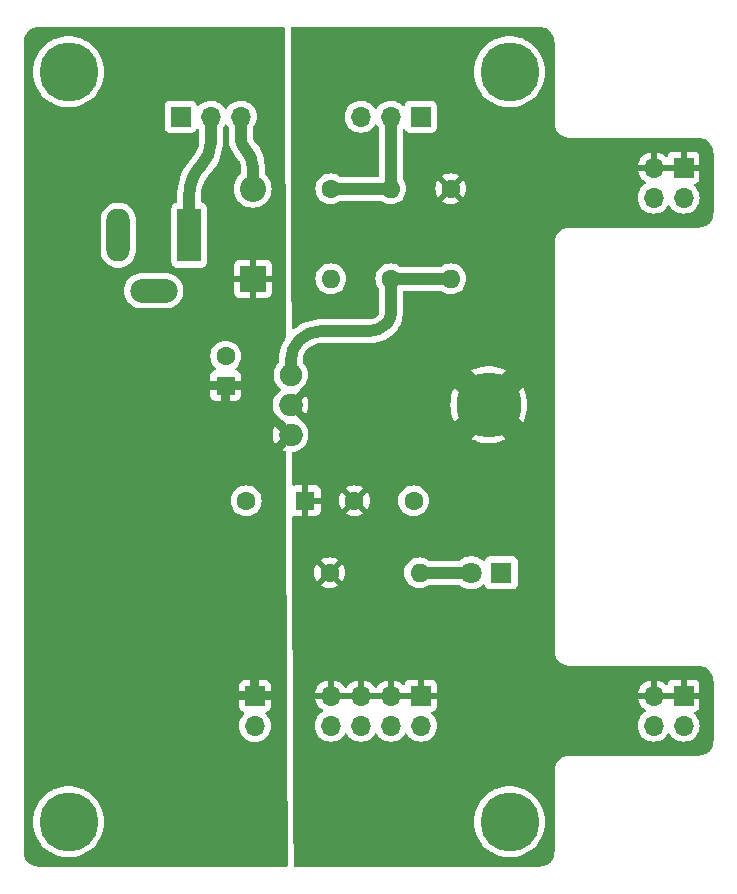
<source format=gbr>
%TF.GenerationSoftware,KiCad,Pcbnew,7.0.2*%
%TF.CreationDate,2023-05-18T12:22:54-04:00*%
%TF.ProjectId,breadboard_psu,62726561-6462-46f6-9172-645f7073752e,A*%
%TF.SameCoordinates,Original*%
%TF.FileFunction,Copper,L1,Top*%
%TF.FilePolarity,Positive*%
%FSLAX46Y46*%
G04 Gerber Fmt 4.6, Leading zero omitted, Abs format (unit mm)*
G04 Created by KiCad (PCBNEW 7.0.2) date 2023-05-18 12:22:54*
%MOMM*%
%LPD*%
G01*
G04 APERTURE LIST*
G04 Aperture macros list*
%AMRoundRect*
0 Rectangle with rounded corners*
0 $1 Rounding radius*
0 $2 $3 $4 $5 $6 $7 $8 $9 X,Y pos of 4 corners*
0 Add a 4 corners polygon primitive as box body*
4,1,4,$2,$3,$4,$5,$6,$7,$8,$9,$2,$3,0*
0 Add four circle primitives for the rounded corners*
1,1,$1+$1,$2,$3*
1,1,$1+$1,$4,$5*
1,1,$1+$1,$6,$7*
1,1,$1+$1,$8,$9*
0 Add four rect primitives between the rounded corners*
20,1,$1+$1,$2,$3,$4,$5,0*
20,1,$1+$1,$4,$5,$6,$7,0*
20,1,$1+$1,$6,$7,$8,$9,0*
20,1,$1+$1,$8,$9,$2,$3,0*%
G04 Aperture macros list end*
%TA.AperFunction,ComponentPad*%
%ADD10C,2.900000*%
%TD*%
%TA.AperFunction,ConnectorPad*%
%ADD11C,5.000000*%
%TD*%
%TA.AperFunction,ComponentPad*%
%ADD12R,2.000000X4.500000*%
%TD*%
%TA.AperFunction,ComponentPad*%
%ADD13RoundRect,1.000000X0.000000X-1.250000X0.000000X-1.250000X0.000000X1.250000X0.000000X1.250000X0*%
%TD*%
%TA.AperFunction,ComponentPad*%
%ADD14RoundRect,1.000000X-1.000000X0.000000X1.000000X0.000000X1.000000X0.000000X-1.000000X0.000000X0*%
%TD*%
%TA.AperFunction,ComponentPad*%
%ADD15C,1.905000*%
%TD*%
%TA.AperFunction,ComponentPad*%
%ADD16O,2.000000X1.905000*%
%TD*%
%TA.AperFunction,HeatsinkPad*%
%ADD17C,5.500000*%
%TD*%
%TA.AperFunction,ComponentPad*%
%ADD18C,1.600000*%
%TD*%
%TA.AperFunction,ComponentPad*%
%ADD19O,1.600000X1.600000*%
%TD*%
%TA.AperFunction,ComponentPad*%
%ADD20R,1.700000X1.700000*%
%TD*%
%TA.AperFunction,ComponentPad*%
%ADD21O,1.700000X1.700000*%
%TD*%
%TA.AperFunction,ComponentPad*%
%ADD22R,2.200000X2.200000*%
%TD*%
%TA.AperFunction,ComponentPad*%
%ADD23O,2.200000X2.200000*%
%TD*%
%TA.AperFunction,ComponentPad*%
%ADD24R,1.600000X1.600000*%
%TD*%
%TA.AperFunction,ComponentPad*%
%ADD25R,1.800000X1.800000*%
%TD*%
%TA.AperFunction,ComponentPad*%
%ADD26C,1.800000*%
%TD*%
%TA.AperFunction,Conductor*%
%ADD27C,1.016000*%
%TD*%
G04 APERTURE END LIST*
D10*
%TO.P,H4,1,1*%
%TO.N,GND*%
X133248400Y-127000000D03*
D11*
X133248400Y-127000000D03*
%TD*%
D12*
%TO.P,J1,1*%
%TO.N,Net-(SW1A-B)*%
X106124000Y-77342000D03*
D13*
%TO.P,J1,2*%
%TO.N,GND*%
X100124000Y-77342000D03*
D14*
%TO.P,J1,3,MountPin*%
X103124000Y-82042000D03*
%TD*%
D15*
%TO.P,U1,1,ADJ*%
%TO.N,Net-(U1-ADJ)*%
X114722000Y-89154000D03*
D16*
%TO.P,U1,2,VO*%
%TO.N,VCC*%
X114722000Y-91694000D03*
%TO.P,U1,3,VI*%
%TO.N,+7.5V*%
X114722000Y-94234000D03*
D17*
%TO.P,U1,4,TAB*%
%TO.N,VCC*%
X131486000Y-91694000D03*
%TD*%
D10*
%TO.P,H1,1,1*%
%TO.N,GND*%
X95910400Y-63500000D03*
D11*
X95910400Y-63500000D03*
%TD*%
D18*
%TO.P,R1,1*%
%TO.N,VCC*%
X118008400Y-105918000D03*
D19*
%TO.P,R1,2*%
%TO.N,Net-(D2-A)*%
X125628400Y-105918000D03*
%TD*%
D18*
%TO.P,R4,1*%
%TO.N,Net-(SW2A-B)*%
X118110000Y-73406000D03*
D19*
%TO.P,R4,2*%
%TO.N,GND*%
X118110000Y-81026000D03*
%TD*%
D10*
%TO.P,H3,1,1*%
%TO.N,GND*%
X133248400Y-63500000D03*
D11*
X133248400Y-63500000D03*
%TD*%
D20*
%TO.P,SW2,1,A*%
%TO.N,unconnected-(SW2A-A-Pad1)*%
X125730000Y-67310000D03*
D21*
%TO.P,SW2,2,B*%
%TO.N,Net-(SW2A-B)*%
X123190000Y-67310000D03*
%TO.P,SW2,3,C*%
%TO.N,GND*%
X120650000Y-67310000D03*
%TD*%
D22*
%TO.P,D1,1,K*%
%TO.N,+7.5V*%
X111506000Y-81026000D03*
D23*
%TO.P,D1,2,A*%
%TO.N,Net-(D1-A)*%
X111506000Y-73406000D03*
%TD*%
D24*
%TO.P,C1,1*%
%TO.N,VCC*%
X115956400Y-99822000D03*
D18*
%TO.P,C1,2*%
%TO.N,GND*%
X110956400Y-99822000D03*
%TD*%
%TO.P,R3,1*%
%TO.N,Net-(U1-ADJ)*%
X123190000Y-81026000D03*
D19*
%TO.P,R3,2*%
%TO.N,Net-(SW2A-B)*%
X123190000Y-73406000D03*
%TD*%
D18*
%TO.P,R2,1*%
%TO.N,VCC*%
X128270000Y-73406000D03*
D19*
%TO.P,R2,2*%
%TO.N,Net-(U1-ADJ)*%
X128270000Y-81026000D03*
%TD*%
D10*
%TO.P,H2,1,1*%
%TO.N,GND*%
X95910400Y-127000000D03*
D11*
X95910400Y-127000000D03*
%TD*%
D18*
%TO.P,C2,1*%
%TO.N,VCC*%
X120120400Y-99822000D03*
%TO.P,C2,2*%
%TO.N,GND*%
X125120400Y-99822000D03*
%TD*%
D20*
%TO.P,J5,1,Pin_1*%
%TO.N,+7.5V*%
X111683400Y-116352000D03*
D21*
%TO.P,J5,2,Pin_2*%
%TO.N,GND*%
X111683400Y-118892000D03*
%TD*%
D25*
%TO.P,D2,1,K*%
%TO.N,GND*%
X132553400Y-105918000D03*
D26*
%TO.P,D2,2,A*%
%TO.N,Net-(D2-A)*%
X130013400Y-105918000D03*
%TD*%
D20*
%TO.P,SW1,1,A*%
%TO.N,unconnected-(SW1A-A-Pad1)*%
X105410000Y-67310000D03*
D21*
%TO.P,SW1,2,B*%
%TO.N,Net-(SW1A-B)*%
X107950000Y-67310000D03*
%TO.P,SW1,3,C*%
%TO.N,Net-(D1-A)*%
X110490000Y-67310000D03*
%TD*%
D20*
%TO.P,J4,1,Pin_1*%
%TO.N,VCC*%
X125730000Y-116332000D03*
D21*
%TO.P,J4,2,Pin_2*%
%TO.N,GND*%
X125730000Y-118872000D03*
%TO.P,J4,3,Pin_3*%
%TO.N,VCC*%
X123190000Y-116332000D03*
%TO.P,J4,4,Pin_4*%
%TO.N,GND*%
X123190000Y-118872000D03*
%TO.P,J4,5,Pin_5*%
%TO.N,VCC*%
X120650000Y-116332000D03*
%TO.P,J4,6,Pin_6*%
%TO.N,GND*%
X120650000Y-118872000D03*
%TO.P,J4,7,Pin_7*%
%TO.N,VCC*%
X118110000Y-116332000D03*
%TO.P,J4,8,Pin_8*%
%TO.N,GND*%
X118110000Y-118872000D03*
%TD*%
D24*
%TO.P,C3,1*%
%TO.N,+7.5V*%
X109220000Y-90082380D03*
D18*
%TO.P,C3,2*%
%TO.N,GND*%
X109220000Y-87582380D03*
%TD*%
D20*
%TO.P,J3,1,Pin_1*%
%TO.N,VCC*%
X147980400Y-116332000D03*
D21*
%TO.P,J3,2,Pin_2*%
X145440400Y-116332000D03*
%TO.P,J3,3,Pin_3*%
%TO.N,GND*%
X147980400Y-118872000D03*
%TO.P,J3,4,Pin_4*%
X145440400Y-118872000D03*
%TD*%
D20*
%TO.P,J2,1,Pin_1*%
%TO.N,VCC*%
X147980400Y-71628000D03*
D21*
%TO.P,J2,2,Pin_2*%
X145440400Y-71628000D03*
%TO.P,J2,3,Pin_3*%
%TO.N,GND*%
X147980400Y-74168000D03*
%TO.P,J2,4,Pin_4*%
X145440400Y-74168000D03*
%TD*%
D27*
%TO.N,+7.5V*%
X114722010Y-94233990D02*
G75*
G03*
X114510467Y-94146380I-211510J-211510D01*
G01*
%TO.N,Net-(D1-A)*%
X110490000Y-67310000D02*
X110490000Y-69236790D01*
X111506000Y-73406000D02*
X111506000Y-71575704D01*
X110896400Y-70104000D02*
X110815842Y-70023442D01*
X111505998Y-71575704D02*
G75*
G03*
X110896400Y-70104000I-2081298J4D01*
G01*
X110490005Y-69236790D02*
G75*
G03*
X110744001Y-69849999I867195J-10D01*
G01*
X110744005Y-69850000D02*
G75*
G03*
X110815842Y-70023442I245295J0D01*
G01*
%TO.N,Net-(D2-A)*%
X125628400Y-105918000D02*
X130013400Y-105918000D01*
%TO.N,Net-(U1-ADJ)*%
X117282630Y-85471000D02*
X121301375Y-85471000D01*
X128270000Y-81026000D02*
X123190000Y-81026000D01*
X123190000Y-83977506D02*
X123190000Y-81026000D01*
X114722000Y-89154000D02*
X114722000Y-87973647D01*
X117282630Y-85471013D02*
G75*
G03*
X115443000Y-86233000I-30J-2601587D01*
G01*
X115442986Y-86232986D02*
G75*
G03*
X114722000Y-87973647I1740614J-1740614D01*
G01*
X121301375Y-85470989D02*
G75*
G03*
X122834400Y-84836000I25J2167989D01*
G01*
X122834398Y-84835998D02*
G75*
G03*
X123190000Y-83977506I-858498J858498D01*
G01*
%TO.N,Net-(SW2A-B)*%
X118110000Y-73406000D02*
X123190000Y-73406000D01*
X123190000Y-67310000D02*
X123190000Y-73406000D01*
%TO.N,Net-(SW1A-B)*%
X106124000Y-77342000D02*
X106124000Y-73942723D01*
X107950000Y-69534370D02*
X107950000Y-67310000D01*
X107187993Y-71373993D02*
G75*
G03*
X106124000Y-73942723I2568707J-2568707D01*
G01*
X107188009Y-71374009D02*
G75*
G03*
X107950000Y-69534370I-1839609J1839609D01*
G01*
%TD*%
%TA.AperFunction,Conductor*%
%TO.N,VCC*%
G36*
X120190507Y-116122156D02*
G01*
X120150000Y-116260111D01*
X120150000Y-116403889D01*
X120190507Y-116541844D01*
X120216314Y-116582000D01*
X118543686Y-116582000D01*
X118569493Y-116541844D01*
X118610000Y-116403889D01*
X118610000Y-116260111D01*
X118569493Y-116122156D01*
X118543686Y-116082000D01*
X120216314Y-116082000D01*
X120190507Y-116122156D01*
G37*
%TD.AperFunction*%
%TA.AperFunction,Conductor*%
G36*
X122730507Y-116122156D02*
G01*
X122690000Y-116260111D01*
X122690000Y-116403889D01*
X122730507Y-116541844D01*
X122756314Y-116582000D01*
X121083686Y-116582000D01*
X121109493Y-116541844D01*
X121150000Y-116403889D01*
X121150000Y-116260111D01*
X121109493Y-116122156D01*
X121083686Y-116082000D01*
X122756314Y-116082000D01*
X122730507Y-116122156D01*
G37*
%TD.AperFunction*%
%TA.AperFunction,Conductor*%
G36*
X125270507Y-116122156D02*
G01*
X125230000Y-116260111D01*
X125230000Y-116403889D01*
X125270507Y-116541844D01*
X125296314Y-116582000D01*
X123623686Y-116582000D01*
X123649493Y-116541844D01*
X123690000Y-116403889D01*
X123690000Y-116260111D01*
X123649493Y-116122156D01*
X123623686Y-116082000D01*
X125296314Y-116082000D01*
X125270507Y-116122156D01*
G37*
%TD.AperFunction*%
%TA.AperFunction,Conductor*%
G36*
X147520907Y-116122156D02*
G01*
X147480400Y-116260111D01*
X147480400Y-116403889D01*
X147520907Y-116541844D01*
X147546714Y-116582000D01*
X145874086Y-116582000D01*
X145899893Y-116541844D01*
X145940400Y-116403889D01*
X145940400Y-116260111D01*
X145899893Y-116122156D01*
X145874086Y-116082000D01*
X147546714Y-116082000D01*
X147520907Y-116122156D01*
G37*
%TD.AperFunction*%
%TA.AperFunction,Conductor*%
G36*
X147520907Y-71418156D02*
G01*
X147480400Y-71556111D01*
X147480400Y-71699889D01*
X147520907Y-71837844D01*
X147546714Y-71878000D01*
X145874086Y-71878000D01*
X145899893Y-71837844D01*
X145940400Y-71699889D01*
X145940400Y-71556111D01*
X145899893Y-71418156D01*
X145874086Y-71378000D01*
X147546714Y-71378000D01*
X147520907Y-71418156D01*
G37*
%TD.AperFunction*%
%TA.AperFunction,Conductor*%
G36*
X135793253Y-59690881D02*
G01*
X135845401Y-59694986D01*
X135985983Y-59707286D01*
X136004105Y-59710238D01*
X136082876Y-59729149D01*
X136085877Y-59729910D01*
X136191193Y-59758130D01*
X136206550Y-59763343D01*
X136234851Y-59775065D01*
X136286896Y-59796622D01*
X136291776Y-59798770D01*
X136385188Y-59842329D01*
X136397535Y-59848963D01*
X136473563Y-59895553D01*
X136479877Y-59899694D01*
X136562566Y-59957594D01*
X136571951Y-59964860D01*
X136625599Y-60010679D01*
X136640375Y-60023299D01*
X136647524Y-60029908D01*
X136718490Y-60100874D01*
X136725099Y-60108023D01*
X136783535Y-60176442D01*
X136790814Y-60185844D01*
X136848699Y-60268513D01*
X136852851Y-60274845D01*
X136899428Y-60350852D01*
X136906080Y-60363231D01*
X136949608Y-60456577D01*
X136951788Y-60461531D01*
X136985055Y-60541848D01*
X136990268Y-60557205D01*
X137018467Y-60662442D01*
X137019266Y-60665589D01*
X137038160Y-60744290D01*
X137041114Y-60762429D01*
X137053420Y-60903082D01*
X137057519Y-60955166D01*
X137057900Y-60964871D01*
X137057900Y-67761247D01*
X137054459Y-67772965D01*
X137057428Y-67806898D01*
X137057900Y-67817706D01*
X137057900Y-67917994D01*
X137071593Y-68004452D01*
X137070606Y-68012085D01*
X137074295Y-68025852D01*
X137076993Y-68038546D01*
X137089182Y-68115508D01*
X137121979Y-68216443D01*
X137122223Y-68224990D01*
X137127370Y-68236028D01*
X137132916Y-68250108D01*
X137140282Y-68272775D01*
X137142128Y-68279005D01*
X137151042Y-68312273D01*
X137162933Y-68329160D01*
X137205942Y-68413569D01*
X137207775Y-68423334D01*
X137214339Y-68432707D01*
X137223244Y-68447526D01*
X137241771Y-68483887D01*
X137241773Y-68483890D01*
X137246202Y-68492582D01*
X137246190Y-68492587D01*
X137250105Y-68499234D01*
X137251282Y-68501759D01*
X137264739Y-68515500D01*
X137314437Y-68583903D01*
X137321000Y-68592936D01*
X137324816Y-68603632D01*
X137332375Y-68611191D01*
X137345012Y-68625987D01*
X137359316Y-68645675D01*
X137365465Y-68651824D01*
X137379359Y-68668382D01*
X137381889Y-68671996D01*
X137396080Y-68682439D01*
X137463959Y-68750318D01*
X137470039Y-68761454D01*
X137478016Y-68767039D01*
X137494574Y-68780933D01*
X137500723Y-68787082D01*
X137520412Y-68801387D01*
X137535208Y-68814024D01*
X137539374Y-68818190D01*
X137553462Y-68825399D01*
X137630891Y-68881654D01*
X137639379Y-68892661D01*
X137647160Y-68896290D01*
X137653813Y-68900209D01*
X137653819Y-68900199D01*
X137698868Y-68923153D01*
X137713694Y-68932061D01*
X137719601Y-68936197D01*
X137732823Y-68940454D01*
X137817238Y-68983466D01*
X137828125Y-68993748D01*
X137867373Y-69004265D01*
X137873598Y-69006109D01*
X137896290Y-69013482D01*
X137910377Y-69019031D01*
X137918086Y-69022625D01*
X137929954Y-69024420D01*
X138030886Y-69057215D01*
X138030887Y-69057215D01*
X138030890Y-69057216D01*
X138107880Y-69069410D01*
X138120560Y-69072106D01*
X138131093Y-69074928D01*
X138141948Y-69074806D01*
X138228407Y-69088500D01*
X138228409Y-69088500D01*
X138328301Y-69088500D01*
X138328704Y-69088500D01*
X138339512Y-69088972D01*
X138368110Y-69091474D01*
X138385151Y-69088500D01*
X149245526Y-69088500D01*
X149255253Y-69088881D01*
X149307401Y-69092986D01*
X149447983Y-69105286D01*
X149466105Y-69108238D01*
X149544876Y-69127149D01*
X149547877Y-69127910D01*
X149653193Y-69156130D01*
X149668550Y-69161343D01*
X149696851Y-69173065D01*
X149748896Y-69194622D01*
X149753776Y-69196770D01*
X149847188Y-69240329D01*
X149859535Y-69246963D01*
X149935563Y-69293553D01*
X149941877Y-69297694D01*
X150024566Y-69355594D01*
X150033951Y-69362860D01*
X150102375Y-69421299D01*
X150109524Y-69427908D01*
X150180490Y-69498874D01*
X150187099Y-69506023D01*
X150245535Y-69574442D01*
X150252814Y-69583844D01*
X150310699Y-69666513D01*
X150314851Y-69672845D01*
X150323456Y-69686887D01*
X150361428Y-69748852D01*
X150368080Y-69761231D01*
X150411608Y-69854577D01*
X150413788Y-69859531D01*
X150447055Y-69939848D01*
X150452268Y-69955205D01*
X150480467Y-70060442D01*
X150481266Y-70063589D01*
X150500160Y-70142290D01*
X150503114Y-70160429D01*
X150515420Y-70301082D01*
X150519519Y-70353166D01*
X150519900Y-70362871D01*
X150519900Y-75433123D01*
X150519518Y-75442853D01*
X150515420Y-75494916D01*
X150503114Y-75635571D01*
X150500160Y-75653705D01*
X150481266Y-75732408D01*
X150480467Y-75735556D01*
X150452268Y-75840793D01*
X150447055Y-75856150D01*
X150413788Y-75936467D01*
X150411608Y-75941421D01*
X150368080Y-76034767D01*
X150361425Y-76047153D01*
X150314851Y-76123153D01*
X150310699Y-76129485D01*
X150252814Y-76212154D01*
X150245529Y-76221563D01*
X150187099Y-76289975D01*
X150180490Y-76297124D01*
X150109524Y-76368090D01*
X150102375Y-76374699D01*
X150033963Y-76433129D01*
X150024554Y-76440414D01*
X149941885Y-76498299D01*
X149935553Y-76502451D01*
X149859553Y-76549025D01*
X149847167Y-76555680D01*
X149753821Y-76599208D01*
X149748867Y-76601388D01*
X149668550Y-76634655D01*
X149653193Y-76639868D01*
X149547956Y-76668067D01*
X149544809Y-76668866D01*
X149466108Y-76687760D01*
X149447969Y-76690714D01*
X149307317Y-76703020D01*
X149284106Y-76704847D01*
X149255233Y-76707119D01*
X149245529Y-76707500D01*
X138385152Y-76707500D01*
X138373433Y-76704059D01*
X138339501Y-76707028D01*
X138328693Y-76707500D01*
X138328400Y-76707500D01*
X138228409Y-76707500D01*
X138182605Y-76714754D01*
X138141946Y-76721194D01*
X138134311Y-76720207D01*
X138120543Y-76723896D01*
X138107852Y-76726593D01*
X138030890Y-76738783D01*
X137929955Y-76771579D01*
X137921409Y-76771823D01*
X137910367Y-76776972D01*
X137896285Y-76782518D01*
X137873622Y-76789882D01*
X137867397Y-76791727D01*
X137834129Y-76800641D01*
X137817239Y-76812532D01*
X137732830Y-76855542D01*
X137723064Y-76857376D01*
X137713686Y-76863943D01*
X137698860Y-76872851D01*
X137653819Y-76895801D01*
X137653813Y-76895790D01*
X137647166Y-76899705D01*
X137644640Y-76900882D01*
X137630893Y-76914343D01*
X137553462Y-76970600D01*
X137542765Y-76974416D01*
X137535200Y-76981982D01*
X137520407Y-76994616D01*
X137500725Y-77008916D01*
X137494576Y-77015065D01*
X137478023Y-77028954D01*
X137474407Y-77031485D01*
X137463960Y-77045680D01*
X137396080Y-77113560D01*
X137384943Y-77119641D01*
X137379354Y-77127623D01*
X137365465Y-77144176D01*
X137359316Y-77150325D01*
X137345016Y-77170007D01*
X137332382Y-77184800D01*
X137328212Y-77188969D01*
X137321000Y-77203062D01*
X137264743Y-77280493D01*
X137253735Y-77288981D01*
X137250105Y-77296766D01*
X137246190Y-77303413D01*
X137246201Y-77303419D01*
X137223251Y-77348460D01*
X137214343Y-77363286D01*
X137210203Y-77369197D01*
X137205942Y-77382430D01*
X137162932Y-77466839D01*
X137152650Y-77477725D01*
X137142127Y-77516997D01*
X137140282Y-77523222D01*
X137132918Y-77545885D01*
X137127372Y-77559967D01*
X137123775Y-77567680D01*
X137121979Y-77579555D01*
X137089183Y-77680490D01*
X137076993Y-77757452D01*
X137074296Y-77770143D01*
X137071470Y-77780687D01*
X137071594Y-77791546D01*
X137057900Y-77878011D01*
X137057900Y-77978287D01*
X137057428Y-77989095D01*
X137054924Y-78017708D01*
X137057900Y-78034756D01*
X137057900Y-112465247D01*
X137054459Y-112476965D01*
X137057428Y-112510898D01*
X137057900Y-112521706D01*
X137057900Y-112621994D01*
X137071593Y-112708452D01*
X137070606Y-112716085D01*
X137074295Y-112729852D01*
X137076993Y-112742546D01*
X137089182Y-112819508D01*
X137121979Y-112920443D01*
X137122223Y-112928990D01*
X137127370Y-112940028D01*
X137132916Y-112954108D01*
X137140282Y-112976775D01*
X137142128Y-112983005D01*
X137151042Y-113016273D01*
X137162933Y-113033160D01*
X137205942Y-113117569D01*
X137207775Y-113127334D01*
X137214339Y-113136707D01*
X137223244Y-113151526D01*
X137241771Y-113187887D01*
X137241773Y-113187890D01*
X137246202Y-113196582D01*
X137246190Y-113196587D01*
X137250105Y-113203234D01*
X137251282Y-113205759D01*
X137264739Y-113219500D01*
X137300117Y-113268193D01*
X137321000Y-113296936D01*
X137324816Y-113307632D01*
X137332375Y-113315191D01*
X137345012Y-113329987D01*
X137359316Y-113349675D01*
X137365465Y-113355824D01*
X137379359Y-113372382D01*
X137381889Y-113375996D01*
X137396080Y-113386439D01*
X137463959Y-113454318D01*
X137470039Y-113465454D01*
X137478016Y-113471039D01*
X137494574Y-113484933D01*
X137500723Y-113491082D01*
X137520412Y-113505387D01*
X137535208Y-113518024D01*
X137539374Y-113522190D01*
X137553462Y-113529399D01*
X137630891Y-113585654D01*
X137639379Y-113596661D01*
X137647160Y-113600290D01*
X137653813Y-113604209D01*
X137653819Y-113604199D01*
X137698868Y-113627153D01*
X137713694Y-113636061D01*
X137719601Y-113640197D01*
X137732823Y-113644454D01*
X137817238Y-113687466D01*
X137828125Y-113697748D01*
X137867373Y-113708265D01*
X137873598Y-113710109D01*
X137896290Y-113717482D01*
X137910377Y-113723031D01*
X137918086Y-113726625D01*
X137929954Y-113728420D01*
X138030886Y-113761215D01*
X138030887Y-113761215D01*
X138030890Y-113761216D01*
X138107880Y-113773410D01*
X138120560Y-113776106D01*
X138131093Y-113778928D01*
X138141948Y-113778806D01*
X138228407Y-113792500D01*
X138228409Y-113792500D01*
X138328301Y-113792500D01*
X138328704Y-113792500D01*
X138339512Y-113792972D01*
X138368110Y-113795474D01*
X138385151Y-113792500D01*
X149245526Y-113792500D01*
X149255253Y-113792881D01*
X149307401Y-113796986D01*
X149447983Y-113809286D01*
X149466105Y-113812238D01*
X149544876Y-113831149D01*
X149547877Y-113831910D01*
X149653193Y-113860130D01*
X149668550Y-113865343D01*
X149696851Y-113877065D01*
X149748896Y-113898622D01*
X149753776Y-113900770D01*
X149847188Y-113944329D01*
X149859535Y-113950963D01*
X149935563Y-113997553D01*
X149941877Y-114001694D01*
X150024566Y-114059594D01*
X150033951Y-114066860D01*
X150102375Y-114125299D01*
X150109524Y-114131908D01*
X150180490Y-114202874D01*
X150187099Y-114210023D01*
X150245535Y-114278442D01*
X150252814Y-114287844D01*
X150310699Y-114370513D01*
X150314851Y-114376845D01*
X150361428Y-114452852D01*
X150368080Y-114465231D01*
X150411608Y-114558577D01*
X150413788Y-114563531D01*
X150447055Y-114643848D01*
X150452268Y-114659205D01*
X150480467Y-114764442D01*
X150481266Y-114767589D01*
X150500160Y-114846290D01*
X150503114Y-114864429D01*
X150515420Y-115005082D01*
X150519519Y-115057166D01*
X150519900Y-115066871D01*
X150519900Y-120137123D01*
X150519518Y-120146853D01*
X150515420Y-120198916D01*
X150503114Y-120339571D01*
X150500160Y-120357705D01*
X150481266Y-120436408D01*
X150480467Y-120439556D01*
X150452268Y-120544793D01*
X150447055Y-120560150D01*
X150413788Y-120640467D01*
X150411608Y-120645421D01*
X150368080Y-120738767D01*
X150361425Y-120751153D01*
X150314851Y-120827153D01*
X150310699Y-120833485D01*
X150252814Y-120916154D01*
X150245529Y-120925563D01*
X150187099Y-120993975D01*
X150180490Y-121001124D01*
X150109524Y-121072090D01*
X150102375Y-121078699D01*
X150033963Y-121137129D01*
X150024554Y-121144414D01*
X149941885Y-121202299D01*
X149935553Y-121206451D01*
X149859553Y-121253025D01*
X149847167Y-121259680D01*
X149753821Y-121303208D01*
X149748867Y-121305388D01*
X149668550Y-121338655D01*
X149653193Y-121343868D01*
X149547956Y-121372067D01*
X149544809Y-121372866D01*
X149466108Y-121391760D01*
X149447969Y-121394714D01*
X149307317Y-121407020D01*
X149284106Y-121408847D01*
X149255233Y-121411119D01*
X149245529Y-121411500D01*
X138385152Y-121411500D01*
X138373433Y-121408059D01*
X138339501Y-121411028D01*
X138328693Y-121411500D01*
X138328400Y-121411500D01*
X138228409Y-121411500D01*
X138182605Y-121418754D01*
X138141946Y-121425194D01*
X138134311Y-121424207D01*
X138120543Y-121427896D01*
X138107852Y-121430593D01*
X138030890Y-121442783D01*
X137929955Y-121475579D01*
X137921409Y-121475823D01*
X137910367Y-121480972D01*
X137896285Y-121486518D01*
X137873622Y-121493882D01*
X137867397Y-121495727D01*
X137834129Y-121504641D01*
X137817239Y-121516532D01*
X137732830Y-121559542D01*
X137723064Y-121561376D01*
X137713686Y-121567943D01*
X137698860Y-121576851D01*
X137653819Y-121599801D01*
X137653813Y-121599790D01*
X137647166Y-121603705D01*
X137644640Y-121604882D01*
X137630893Y-121618343D01*
X137553462Y-121674600D01*
X137542765Y-121678416D01*
X137535200Y-121685982D01*
X137520407Y-121698616D01*
X137500725Y-121712916D01*
X137494576Y-121719065D01*
X137478023Y-121732954D01*
X137474407Y-121735485D01*
X137463960Y-121749680D01*
X137396080Y-121817560D01*
X137384943Y-121823641D01*
X137379354Y-121831623D01*
X137365465Y-121848176D01*
X137359316Y-121854325D01*
X137345016Y-121874007D01*
X137332382Y-121888800D01*
X137328212Y-121892969D01*
X137321000Y-121907062D01*
X137264743Y-121984493D01*
X137253735Y-121992981D01*
X137250105Y-122000766D01*
X137246190Y-122007413D01*
X137246201Y-122007419D01*
X137223251Y-122052460D01*
X137214343Y-122067286D01*
X137210203Y-122073197D01*
X137205942Y-122086430D01*
X137162932Y-122170839D01*
X137152650Y-122181725D01*
X137142127Y-122220997D01*
X137140282Y-122227222D01*
X137132918Y-122249885D01*
X137127372Y-122263967D01*
X137123775Y-122271680D01*
X137121979Y-122283555D01*
X137089183Y-122384490D01*
X137076993Y-122461452D01*
X137074296Y-122474143D01*
X137071470Y-122484687D01*
X137071594Y-122495546D01*
X137057900Y-122582011D01*
X137057900Y-122682287D01*
X137057428Y-122693095D01*
X137054924Y-122721708D01*
X137057900Y-122738756D01*
X137057900Y-129535123D01*
X137057518Y-129544853D01*
X137053420Y-129596916D01*
X137041114Y-129737571D01*
X137038160Y-129755705D01*
X137019266Y-129834408D01*
X137018467Y-129837556D01*
X136990268Y-129942793D01*
X136985055Y-129958150D01*
X136951788Y-130038467D01*
X136949608Y-130043421D01*
X136906080Y-130136767D01*
X136899425Y-130149153D01*
X136852851Y-130225153D01*
X136848699Y-130231485D01*
X136790814Y-130314154D01*
X136783529Y-130323563D01*
X136725099Y-130391975D01*
X136718490Y-130399124D01*
X136647524Y-130470090D01*
X136640375Y-130476699D01*
X136571963Y-130535129D01*
X136562554Y-130542414D01*
X136479885Y-130600299D01*
X136473553Y-130604451D01*
X136397553Y-130651025D01*
X136385167Y-130657680D01*
X136291821Y-130701208D01*
X136286867Y-130703388D01*
X136206550Y-130736655D01*
X136191193Y-130741868D01*
X136085956Y-130770067D01*
X136082809Y-130770866D01*
X136004108Y-130789760D01*
X135985969Y-130792714D01*
X135845317Y-130805020D01*
X135822106Y-130806847D01*
X135793233Y-130809119D01*
X135783529Y-130809500D01*
X115081460Y-130809500D01*
X115014421Y-130789815D01*
X114968666Y-130737011D01*
X114957461Y-130685943D01*
X114944297Y-127000000D01*
X130242815Y-127000000D01*
X130263138Y-127348927D01*
X130263764Y-127352481D01*
X130263766Y-127352492D01*
X130323203Y-127689578D01*
X130323205Y-127689588D01*
X130323831Y-127693136D01*
X130424074Y-128027971D01*
X130425499Y-128031274D01*
X130561082Y-128345593D01*
X130561087Y-128345603D01*
X130562511Y-128348904D01*
X130564313Y-128352026D01*
X130564315Y-128352029D01*
X130735461Y-128648464D01*
X130735467Y-128648473D01*
X130737270Y-128651596D01*
X130739429Y-128654496D01*
X130943835Y-128929062D01*
X130943841Y-128929069D01*
X130945988Y-128931953D01*
X131185842Y-129186183D01*
X131188600Y-129188497D01*
X131188604Y-129188501D01*
X131404055Y-129369285D01*
X131453589Y-129410849D01*
X131456606Y-129412833D01*
X131649192Y-129539500D01*
X131745607Y-129602913D01*
X132057949Y-129759777D01*
X132386389Y-129879319D01*
X132556437Y-129919621D01*
X132722979Y-129959092D01*
X132722981Y-129959092D01*
X132726486Y-129959923D01*
X133073641Y-130000500D01*
X133077239Y-130000500D01*
X133419561Y-130000500D01*
X133423159Y-130000500D01*
X133770314Y-129959923D01*
X134110411Y-129879319D01*
X134438851Y-129759777D01*
X134751193Y-129602913D01*
X135043211Y-129410849D01*
X135310958Y-129186183D01*
X135550812Y-128931953D01*
X135759530Y-128651596D01*
X135934289Y-128348904D01*
X136072726Y-128027971D01*
X136172969Y-127693136D01*
X136233662Y-127348927D01*
X136253985Y-127000000D01*
X136233662Y-126651073D01*
X136172969Y-126306864D01*
X136072726Y-125972029D01*
X135934289Y-125651096D01*
X135759530Y-125348404D01*
X135680564Y-125242335D01*
X135552964Y-125070937D01*
X135552959Y-125070931D01*
X135550812Y-125068047D01*
X135310958Y-124813817D01*
X135308200Y-124811503D01*
X135308195Y-124811498D01*
X135045970Y-124591466D01*
X135045969Y-124591465D01*
X135043211Y-124589151D01*
X134966567Y-124538741D01*
X134754212Y-124399072D01*
X134754204Y-124399067D01*
X134751193Y-124397087D01*
X134687950Y-124365325D01*
X134442088Y-124241848D01*
X134442078Y-124241843D01*
X134438851Y-124240223D01*
X134335086Y-124202456D01*
X134113800Y-124121914D01*
X134113792Y-124121911D01*
X134110411Y-124120681D01*
X134106912Y-124119851D01*
X134106903Y-124119849D01*
X133773820Y-124040907D01*
X133773804Y-124040904D01*
X133770314Y-124040077D01*
X133766749Y-124039660D01*
X133766736Y-124039658D01*
X133426729Y-123999917D01*
X133426724Y-123999916D01*
X133423159Y-123999500D01*
X133073641Y-123999500D01*
X133070076Y-123999916D01*
X133070070Y-123999917D01*
X132730063Y-124039658D01*
X132730047Y-124039660D01*
X132726486Y-124040077D01*
X132722998Y-124040903D01*
X132722979Y-124040907D01*
X132389896Y-124119849D01*
X132389882Y-124119852D01*
X132386389Y-124120681D01*
X132383012Y-124121910D01*
X132382999Y-124121914D01*
X132061350Y-124238985D01*
X132057949Y-124240223D01*
X132054727Y-124241840D01*
X132054711Y-124241848D01*
X131748836Y-124395465D01*
X131748831Y-124395467D01*
X131745607Y-124397087D01*
X131742603Y-124399062D01*
X131742587Y-124399072D01*
X131456606Y-124587166D01*
X131456598Y-124587171D01*
X131453589Y-124589151D01*
X131450838Y-124591458D01*
X131450829Y-124591466D01*
X131188604Y-124811498D01*
X131188590Y-124811510D01*
X131185842Y-124813817D01*
X131183367Y-124816439D01*
X131183362Y-124816445D01*
X130948462Y-125065424D01*
X130948456Y-125065430D01*
X130945988Y-125068047D01*
X130943848Y-125070921D01*
X130943835Y-125070937D01*
X130739429Y-125345503D01*
X130739423Y-125345511D01*
X130737270Y-125348404D01*
X130735471Y-125351518D01*
X130735461Y-125351535D01*
X130564315Y-125647970D01*
X130564309Y-125647980D01*
X130562511Y-125651096D01*
X130561090Y-125654389D01*
X130561082Y-125654406D01*
X130425499Y-125968725D01*
X130424074Y-125972029D01*
X130423045Y-125975464D01*
X130423042Y-125975474D01*
X130324865Y-126303408D01*
X130324862Y-126303418D01*
X130323831Y-126306864D01*
X130323206Y-126310407D01*
X130323203Y-126310421D01*
X130263766Y-126647507D01*
X130263764Y-126647520D01*
X130263138Y-126651073D01*
X130262928Y-126654678D01*
X130262927Y-126654687D01*
X130259714Y-126709852D01*
X130242815Y-127000000D01*
X114944297Y-127000000D01*
X114918380Y-119743401D01*
X114915268Y-118872000D01*
X116754340Y-118872000D01*
X116774936Y-119107407D01*
X116794954Y-119182114D01*
X116836097Y-119335663D01*
X116935965Y-119549830D01*
X117071505Y-119743401D01*
X117238599Y-119910495D01*
X117432170Y-120046035D01*
X117646337Y-120145903D01*
X117874592Y-120207063D01*
X118110000Y-120227659D01*
X118345408Y-120207063D01*
X118573663Y-120145903D01*
X118787830Y-120046035D01*
X118981401Y-119910495D01*
X119148495Y-119743401D01*
X119278426Y-119557839D01*
X119333002Y-119514216D01*
X119402500Y-119507022D01*
X119464855Y-119538545D01*
X119481571Y-119557837D01*
X119611505Y-119743401D01*
X119778599Y-119910495D01*
X119972170Y-120046035D01*
X120186337Y-120145903D01*
X120414592Y-120207063D01*
X120650000Y-120227659D01*
X120885408Y-120207063D01*
X121113663Y-120145903D01*
X121327830Y-120046035D01*
X121521401Y-119910495D01*
X121688495Y-119743401D01*
X121818426Y-119557839D01*
X121873002Y-119514216D01*
X121942500Y-119507022D01*
X122004855Y-119538545D01*
X122021571Y-119557837D01*
X122151505Y-119743401D01*
X122318599Y-119910495D01*
X122512170Y-120046035D01*
X122726337Y-120145903D01*
X122924187Y-120198916D01*
X122954592Y-120207063D01*
X123189999Y-120227659D01*
X123189999Y-120227658D01*
X123190000Y-120227659D01*
X123425408Y-120207063D01*
X123653663Y-120145903D01*
X123867830Y-120046035D01*
X124061401Y-119910495D01*
X124228495Y-119743401D01*
X124358426Y-119557839D01*
X124413002Y-119514216D01*
X124482500Y-119507022D01*
X124544855Y-119538545D01*
X124561571Y-119557837D01*
X124691505Y-119743401D01*
X124858599Y-119910495D01*
X125052170Y-120046035D01*
X125266337Y-120145903D01*
X125464187Y-120198916D01*
X125494592Y-120207063D01*
X125729999Y-120227659D01*
X125729999Y-120227658D01*
X125730000Y-120227659D01*
X125965408Y-120207063D01*
X126193663Y-120145903D01*
X126407830Y-120046035D01*
X126601401Y-119910495D01*
X126768495Y-119743401D01*
X126904035Y-119549830D01*
X127003903Y-119335663D01*
X127065063Y-119107408D01*
X127085659Y-118872000D01*
X144084740Y-118872000D01*
X144105336Y-119107407D01*
X144125354Y-119182114D01*
X144166497Y-119335663D01*
X144266365Y-119549830D01*
X144401905Y-119743401D01*
X144568999Y-119910495D01*
X144762570Y-120046035D01*
X144976737Y-120145903D01*
X145174587Y-120198916D01*
X145204992Y-120207063D01*
X145440399Y-120227659D01*
X145440399Y-120227658D01*
X145440400Y-120227659D01*
X145675808Y-120207063D01*
X145904063Y-120145903D01*
X146118230Y-120046035D01*
X146311801Y-119910495D01*
X146478895Y-119743401D01*
X146608826Y-119557839D01*
X146663402Y-119514216D01*
X146732900Y-119507022D01*
X146795255Y-119538545D01*
X146811971Y-119557837D01*
X146941905Y-119743401D01*
X147108999Y-119910495D01*
X147302570Y-120046035D01*
X147516737Y-120145903D01*
X147714587Y-120198916D01*
X147744992Y-120207063D01*
X147980399Y-120227659D01*
X147980399Y-120227658D01*
X147980400Y-120227659D01*
X148215808Y-120207063D01*
X148444063Y-120145903D01*
X148658230Y-120046035D01*
X148851801Y-119910495D01*
X149018895Y-119743401D01*
X149154435Y-119549830D01*
X149254303Y-119335663D01*
X149315463Y-119107408D01*
X149336059Y-118872000D01*
X149315463Y-118636592D01*
X149254303Y-118408337D01*
X149154435Y-118194171D01*
X149018895Y-118000599D01*
X148896581Y-117878285D01*
X148863096Y-117816962D01*
X148868080Y-117747270D01*
X148909952Y-117691337D01*
X148940928Y-117674422D01*
X149072489Y-117625352D01*
X149187588Y-117539188D01*
X149273752Y-117424089D01*
X149323999Y-117289371D01*
X149330045Y-117233132D01*
X149330400Y-117226518D01*
X149330400Y-116582000D01*
X148414086Y-116582000D01*
X148439893Y-116541844D01*
X148480400Y-116403889D01*
X148480400Y-116260111D01*
X148439893Y-116122156D01*
X148414086Y-116082000D01*
X149330400Y-116082000D01*
X149330400Y-115437481D01*
X149330045Y-115430867D01*
X149323999Y-115374628D01*
X149273752Y-115239910D01*
X149187588Y-115124811D01*
X149072489Y-115038647D01*
X148937771Y-114988400D01*
X148881532Y-114982354D01*
X148874918Y-114982000D01*
X148230400Y-114982000D01*
X148230400Y-115896498D01*
X148122715Y-115847320D01*
X148016163Y-115832000D01*
X147944637Y-115832000D01*
X147838085Y-115847320D01*
X147730400Y-115896498D01*
X147730400Y-114982000D01*
X147085882Y-114982000D01*
X147079267Y-114982354D01*
X147023028Y-114988400D01*
X146888310Y-115038647D01*
X146773211Y-115124811D01*
X146687047Y-115239911D01*
X146637785Y-115371987D01*
X146595913Y-115427921D01*
X146530448Y-115452337D01*
X146462176Y-115437485D01*
X146433922Y-115416334D01*
X146311481Y-115293893D01*
X146117976Y-115158399D01*
X145903892Y-115058569D01*
X145690400Y-115001364D01*
X145690400Y-115896498D01*
X145582715Y-115847320D01*
X145476163Y-115832000D01*
X145404637Y-115832000D01*
X145298085Y-115847320D01*
X145190400Y-115896498D01*
X145190400Y-115001364D01*
X145190399Y-115001364D01*
X144976907Y-115058569D01*
X144762821Y-115158400D01*
X144569321Y-115293890D01*
X144402290Y-115460921D01*
X144266800Y-115654421D01*
X144166969Y-115868507D01*
X144109764Y-116081999D01*
X144109764Y-116082000D01*
X145006714Y-116082000D01*
X144980907Y-116122156D01*
X144940400Y-116260111D01*
X144940400Y-116403889D01*
X144980907Y-116541844D01*
X145006714Y-116582000D01*
X144109764Y-116582000D01*
X144166969Y-116795492D01*
X144266799Y-117009576D01*
X144402293Y-117203081D01*
X144569318Y-117370106D01*
X144754995Y-117500119D01*
X144798619Y-117554696D01*
X144805812Y-117624195D01*
X144774290Y-117686549D01*
X144754995Y-117703269D01*
X144568995Y-117833508D01*
X144401905Y-118000598D01*
X144266365Y-118194170D01*
X144166497Y-118408336D01*
X144105336Y-118636592D01*
X144084740Y-118872000D01*
X127085659Y-118872000D01*
X127065063Y-118636592D01*
X127003903Y-118408337D01*
X126904035Y-118194171D01*
X126768495Y-118000599D01*
X126646180Y-117878284D01*
X126612696Y-117816962D01*
X126617680Y-117747270D01*
X126659552Y-117691337D01*
X126690528Y-117674422D01*
X126822089Y-117625352D01*
X126937188Y-117539188D01*
X127023352Y-117424089D01*
X127073599Y-117289371D01*
X127079645Y-117233132D01*
X127080000Y-117226518D01*
X127080000Y-116582000D01*
X126163686Y-116582000D01*
X126189493Y-116541844D01*
X126230000Y-116403889D01*
X126230000Y-116260111D01*
X126189493Y-116122156D01*
X126163686Y-116082000D01*
X127080000Y-116082000D01*
X127080000Y-115437481D01*
X127079645Y-115430867D01*
X127073599Y-115374628D01*
X127023352Y-115239910D01*
X126937188Y-115124811D01*
X126822089Y-115038647D01*
X126687371Y-114988400D01*
X126631132Y-114982354D01*
X126624518Y-114982000D01*
X125980000Y-114982000D01*
X125980000Y-115896498D01*
X125872315Y-115847320D01*
X125765763Y-115832000D01*
X125694237Y-115832000D01*
X125587685Y-115847320D01*
X125480000Y-115896498D01*
X125480000Y-114982000D01*
X124835482Y-114982000D01*
X124828867Y-114982354D01*
X124772628Y-114988400D01*
X124637910Y-115038647D01*
X124522811Y-115124811D01*
X124436647Y-115239911D01*
X124387385Y-115371987D01*
X124345513Y-115427921D01*
X124280048Y-115452337D01*
X124211776Y-115437485D01*
X124183522Y-115416334D01*
X124061081Y-115293893D01*
X123867576Y-115158399D01*
X123653492Y-115058569D01*
X123439999Y-115001364D01*
X123439999Y-115896498D01*
X123332315Y-115847320D01*
X123225763Y-115832000D01*
X123154237Y-115832000D01*
X123047685Y-115847320D01*
X122939999Y-115896498D01*
X122939999Y-115001364D01*
X122726507Y-115058569D01*
X122512421Y-115158400D01*
X122318921Y-115293890D01*
X122151893Y-115460918D01*
X122021575Y-115647032D01*
X121966998Y-115690656D01*
X121897499Y-115697849D01*
X121835145Y-115666327D01*
X121818425Y-115647032D01*
X121688106Y-115460918D01*
X121521081Y-115293893D01*
X121327576Y-115158399D01*
X121113492Y-115058569D01*
X120899999Y-115001364D01*
X120899999Y-115896498D01*
X120792315Y-115847320D01*
X120685763Y-115832000D01*
X120614237Y-115832000D01*
X120507685Y-115847320D01*
X120399999Y-115896498D01*
X120400000Y-115001364D01*
X120399999Y-115001364D01*
X120186507Y-115058569D01*
X119972421Y-115158400D01*
X119778921Y-115293890D01*
X119611893Y-115460918D01*
X119481575Y-115647032D01*
X119426998Y-115690656D01*
X119357499Y-115697849D01*
X119295145Y-115666327D01*
X119278425Y-115647032D01*
X119148106Y-115460918D01*
X118981081Y-115293893D01*
X118787576Y-115158399D01*
X118573492Y-115058569D01*
X118359999Y-115001364D01*
X118359999Y-115896498D01*
X118252315Y-115847320D01*
X118145763Y-115832000D01*
X118074237Y-115832000D01*
X117967685Y-115847320D01*
X117859999Y-115896498D01*
X117859999Y-115001364D01*
X117859998Y-115001364D01*
X117646507Y-115058569D01*
X117432421Y-115158400D01*
X117238921Y-115293890D01*
X117071890Y-115460921D01*
X116936400Y-115654421D01*
X116836569Y-115868507D01*
X116779364Y-116081999D01*
X116779364Y-116082000D01*
X117676314Y-116082000D01*
X117650507Y-116122156D01*
X117610000Y-116260111D01*
X117610000Y-116403889D01*
X117650507Y-116541844D01*
X117676314Y-116582000D01*
X116779364Y-116582000D01*
X116836569Y-116795492D01*
X116936399Y-117009576D01*
X117071893Y-117203081D01*
X117238918Y-117370106D01*
X117424595Y-117500119D01*
X117468219Y-117554696D01*
X117475412Y-117624195D01*
X117443890Y-117686549D01*
X117424595Y-117703269D01*
X117238595Y-117833508D01*
X117071505Y-118000598D01*
X116935965Y-118194170D01*
X116836097Y-118408336D01*
X116774936Y-118636592D01*
X116754340Y-118872000D01*
X114915268Y-118872000D01*
X114869003Y-105918000D01*
X116703433Y-105918000D01*
X116723258Y-106144602D01*
X116782133Y-106364326D01*
X116878266Y-106570484D01*
X116929372Y-106643471D01*
X116929374Y-106643472D01*
X117610446Y-105962399D01*
X117623235Y-106043148D01*
X117680759Y-106156045D01*
X117770355Y-106245641D01*
X117883252Y-106303165D01*
X117963999Y-106315953D01*
X117282926Y-106997025D01*
X117282926Y-106997026D01*
X117355915Y-107048133D01*
X117562073Y-107144266D01*
X117781797Y-107203141D01*
X118008399Y-107222966D01*
X118235002Y-107203141D01*
X118454726Y-107144266D01*
X118660880Y-107048134D01*
X118733872Y-106997025D01*
X118052801Y-106315953D01*
X118133548Y-106303165D01*
X118246445Y-106245641D01*
X118336041Y-106156045D01*
X118393565Y-106043148D01*
X118406353Y-105962400D01*
X119087425Y-106643472D01*
X119138534Y-106570480D01*
X119234666Y-106364326D01*
X119293541Y-106144602D01*
X119313366Y-105918000D01*
X124322931Y-105918000D01*
X124342764Y-106144689D01*
X124401661Y-106364497D01*
X124497832Y-106570735D01*
X124628353Y-106757140D01*
X124789259Y-106918046D01*
X124975664Y-107048567D01*
X124975665Y-107048567D01*
X124975666Y-107048568D01*
X125181904Y-107144739D01*
X125401708Y-107203635D01*
X125552835Y-107216857D01*
X125628399Y-107223468D01*
X125628399Y-107223467D01*
X125628400Y-107223468D01*
X125855092Y-107203635D01*
X126074896Y-107144739D01*
X126281134Y-107048568D01*
X126423440Y-106948924D01*
X126489646Y-106926598D01*
X126494563Y-106926500D01*
X128986396Y-106926500D01*
X129053435Y-106946185D01*
X129062555Y-106952644D01*
X129244774Y-107094470D01*
X129448897Y-107204936D01*
X129501417Y-107222966D01*
X129668415Y-107280297D01*
X129668417Y-107280297D01*
X129668419Y-107280298D01*
X129897351Y-107318500D01*
X129897352Y-107318500D01*
X130129448Y-107318500D01*
X130129449Y-107318500D01*
X130358381Y-107280298D01*
X130577903Y-107204936D01*
X130782026Y-107094470D01*
X130965184Y-106951913D01*
X130973532Y-106942844D01*
X131033416Y-106906853D01*
X131103255Y-106908950D01*
X131160872Y-106948473D01*
X131180944Y-106983491D01*
X131209604Y-107060331D01*
X131295854Y-107175546D01*
X131411069Y-107261796D01*
X131545917Y-107312091D01*
X131605527Y-107318500D01*
X133501272Y-107318499D01*
X133560883Y-107312091D01*
X133695731Y-107261796D01*
X133810946Y-107175546D01*
X133897196Y-107060331D01*
X133947491Y-106925483D01*
X133953900Y-106865873D01*
X133953899Y-104970128D01*
X133947491Y-104910517D01*
X133897196Y-104775669D01*
X133810946Y-104660454D01*
X133695731Y-104574204D01*
X133560883Y-104523909D01*
X133501273Y-104517500D01*
X133497950Y-104517500D01*
X131608839Y-104517500D01*
X131608820Y-104517500D01*
X131605528Y-104517501D01*
X131602248Y-104517853D01*
X131602240Y-104517854D01*
X131545915Y-104523909D01*
X131411069Y-104574204D01*
X131295854Y-104660454D01*
X131209604Y-104775669D01*
X131180945Y-104852508D01*
X131139073Y-104908441D01*
X131073609Y-104932858D01*
X131005336Y-104918006D01*
X130973533Y-104893157D01*
X130967934Y-104887075D01*
X130965184Y-104884087D01*
X130782026Y-104741530D01*
X130577903Y-104631064D01*
X130577899Y-104631062D01*
X130577898Y-104631062D01*
X130358384Y-104555702D01*
X130167856Y-104523909D01*
X130129449Y-104517500D01*
X129897351Y-104517500D01*
X129858944Y-104523909D01*
X129668415Y-104555702D01*
X129448901Y-104631062D01*
X129244772Y-104741531D01*
X129062558Y-104883354D01*
X128997564Y-104908996D01*
X128986396Y-104909500D01*
X126494563Y-104909500D01*
X126427524Y-104889815D01*
X126423440Y-104887075D01*
X126354741Y-104838972D01*
X126281134Y-104787432D01*
X126182700Y-104741531D01*
X126074897Y-104691261D01*
X125855089Y-104632364D01*
X125628399Y-104612531D01*
X125401710Y-104632364D01*
X125181902Y-104691261D01*
X124975664Y-104787432D01*
X124789259Y-104917953D01*
X124628353Y-105078859D01*
X124497832Y-105265264D01*
X124401661Y-105471502D01*
X124342764Y-105691310D01*
X124322931Y-105918000D01*
X119313366Y-105918000D01*
X119313366Y-105917999D01*
X119293541Y-105691397D01*
X119234666Y-105471673D01*
X119138533Y-105265515D01*
X119087425Y-105192526D01*
X118406353Y-105873598D01*
X118393565Y-105792852D01*
X118336041Y-105679955D01*
X118246445Y-105590359D01*
X118133548Y-105532835D01*
X118052800Y-105520046D01*
X118733872Y-104838974D01*
X118733871Y-104838972D01*
X118660884Y-104787866D01*
X118454726Y-104691733D01*
X118235002Y-104632858D01*
X118008400Y-104613033D01*
X117781797Y-104632858D01*
X117562072Y-104691733D01*
X117355916Y-104787865D01*
X117282927Y-104838973D01*
X117282926Y-104838973D01*
X117964000Y-105520046D01*
X117883252Y-105532835D01*
X117770355Y-105590359D01*
X117680759Y-105679955D01*
X117623235Y-105792852D01*
X117610446Y-105873599D01*
X116929373Y-105192526D01*
X116929373Y-105192527D01*
X116878265Y-105265516D01*
X116782133Y-105471672D01*
X116723258Y-105691397D01*
X116703433Y-105918000D01*
X114869003Y-105918000D01*
X114852228Y-101221230D01*
X114871673Y-101154124D01*
X114924313Y-101108180D01*
X114993436Y-101097990D01*
X115019562Y-101104609D01*
X115049026Y-101115599D01*
X115105267Y-101121645D01*
X115111882Y-101122000D01*
X115706400Y-101122000D01*
X115706400Y-100137686D01*
X115718355Y-100149641D01*
X115831252Y-100207165D01*
X115924919Y-100222000D01*
X115987881Y-100222000D01*
X116081548Y-100207165D01*
X116194445Y-100149641D01*
X116206400Y-100137685D01*
X116206400Y-101122000D01*
X116800918Y-101122000D01*
X116807532Y-101121645D01*
X116863771Y-101115599D01*
X116998489Y-101065352D01*
X117113588Y-100979188D01*
X117199752Y-100864089D01*
X117249999Y-100729371D01*
X117256045Y-100673132D01*
X117256400Y-100666518D01*
X117256400Y-100072000D01*
X116272086Y-100072000D01*
X116284041Y-100060045D01*
X116341565Y-99947148D01*
X116361386Y-99822000D01*
X118815433Y-99822000D01*
X118835258Y-100048602D01*
X118894133Y-100268326D01*
X118990266Y-100474484D01*
X119041372Y-100547471D01*
X119041374Y-100547472D01*
X119722445Y-99866399D01*
X119735235Y-99947148D01*
X119792759Y-100060045D01*
X119882355Y-100149641D01*
X119995252Y-100207165D01*
X120075999Y-100219953D01*
X119394926Y-100901025D01*
X119394926Y-100901026D01*
X119467915Y-100952133D01*
X119674073Y-101048266D01*
X119893797Y-101107141D01*
X120120399Y-101126966D01*
X120347002Y-101107141D01*
X120566726Y-101048266D01*
X120772880Y-100952134D01*
X120845872Y-100901025D01*
X120164801Y-100219953D01*
X120245548Y-100207165D01*
X120358445Y-100149641D01*
X120448041Y-100060045D01*
X120505565Y-99947148D01*
X120518353Y-99866400D01*
X121199425Y-100547472D01*
X121250534Y-100474480D01*
X121346666Y-100268326D01*
X121405541Y-100048602D01*
X121425366Y-99822000D01*
X123814931Y-99822000D01*
X123834764Y-100048689D01*
X123893661Y-100268497D01*
X123989832Y-100474735D01*
X124120353Y-100661140D01*
X124281259Y-100822046D01*
X124467664Y-100952567D01*
X124467665Y-100952567D01*
X124467666Y-100952568D01*
X124673904Y-101048739D01*
X124893708Y-101107635D01*
X125120400Y-101127468D01*
X125347092Y-101107635D01*
X125566896Y-101048739D01*
X125773134Y-100952568D01*
X125959539Y-100822047D01*
X126120447Y-100661139D01*
X126250968Y-100474734D01*
X126347139Y-100268496D01*
X126406035Y-100048692D01*
X126425868Y-99822000D01*
X126406035Y-99595308D01*
X126347139Y-99375504D01*
X126250968Y-99169266D01*
X126224090Y-99130879D01*
X126120446Y-98982859D01*
X125959540Y-98821953D01*
X125773135Y-98691432D01*
X125566897Y-98595261D01*
X125347089Y-98536364D01*
X125120399Y-98516531D01*
X124893710Y-98536364D01*
X124673902Y-98595261D01*
X124467664Y-98691432D01*
X124281259Y-98821953D01*
X124120353Y-98982859D01*
X123989832Y-99169264D01*
X123893661Y-99375502D01*
X123834764Y-99595310D01*
X123814931Y-99822000D01*
X121425366Y-99822000D01*
X121425366Y-99821999D01*
X121405541Y-99595397D01*
X121346666Y-99375673D01*
X121250533Y-99169515D01*
X121199425Y-99096526D01*
X120518353Y-99777598D01*
X120505565Y-99696852D01*
X120448041Y-99583955D01*
X120358445Y-99494359D01*
X120245548Y-99436835D01*
X120164800Y-99424046D01*
X120845872Y-98742974D01*
X120845871Y-98742972D01*
X120772884Y-98691866D01*
X120566726Y-98595733D01*
X120347002Y-98536858D01*
X120120400Y-98517033D01*
X119893797Y-98536858D01*
X119674072Y-98595733D01*
X119467916Y-98691865D01*
X119394927Y-98742973D01*
X119394926Y-98742973D01*
X120076000Y-99424046D01*
X119995252Y-99436835D01*
X119882355Y-99494359D01*
X119792759Y-99583955D01*
X119735235Y-99696852D01*
X119722446Y-99777600D01*
X119041373Y-99096526D01*
X119041373Y-99096527D01*
X118990265Y-99169516D01*
X118894133Y-99375672D01*
X118835258Y-99595397D01*
X118815433Y-99822000D01*
X116361386Y-99822000D01*
X116341565Y-99696852D01*
X116284041Y-99583955D01*
X116272086Y-99572000D01*
X117256400Y-99572000D01*
X117256400Y-98977481D01*
X117256045Y-98970867D01*
X117249999Y-98914628D01*
X117199752Y-98779910D01*
X117113588Y-98664811D01*
X116998489Y-98578647D01*
X116863771Y-98528400D01*
X116807532Y-98522354D01*
X116800918Y-98522000D01*
X116206400Y-98522000D01*
X116206400Y-99506314D01*
X116194445Y-99494359D01*
X116081548Y-99436835D01*
X115987881Y-99422000D01*
X115924919Y-99422000D01*
X115831252Y-99436835D01*
X115718355Y-99494359D01*
X115706400Y-99506314D01*
X115706400Y-98522000D01*
X115111882Y-98522000D01*
X115105267Y-98522354D01*
X115049028Y-98528400D01*
X115009583Y-98543113D01*
X114939891Y-98548097D01*
X114878568Y-98514612D01*
X114845083Y-98453289D01*
X114842250Y-98427380D01*
X114832871Y-95801318D01*
X114852316Y-95734212D01*
X114904956Y-95688268D01*
X114946624Y-95677303D01*
X115009476Y-95672095D01*
X115242905Y-95612983D01*
X115463422Y-95516255D01*
X115665010Y-95384551D01*
X115842171Y-95221463D01*
X115990072Y-95031439D01*
X116104679Y-94819664D01*
X116182866Y-94591913D01*
X116222500Y-94354399D01*
X116222500Y-94113601D01*
X116182866Y-93876087D01*
X116104679Y-93648336D01*
X115990072Y-93436561D01*
X115842171Y-93246537D01*
X115665010Y-93083449D01*
X115665007Y-93083447D01*
X115665006Y-93083446D01*
X115577236Y-93026102D01*
X115531879Y-92972955D01*
X115528054Y-92949067D01*
X114815330Y-92236343D01*
X114871783Y-92228584D01*
X115010458Y-92168349D01*
X115127739Y-92072934D01*
X115214928Y-91949415D01*
X115265559Y-91806953D01*
X115266737Y-91789725D01*
X115980252Y-92503239D01*
X115980253Y-92503239D01*
X115989653Y-92491163D01*
X116104219Y-92279460D01*
X116182380Y-92051792D01*
X116222000Y-91814357D01*
X116222000Y-91697356D01*
X128231409Y-91697356D01*
X128250124Y-92042539D01*
X128250852Y-92049229D01*
X128306777Y-92390361D01*
X128308221Y-92396918D01*
X128400701Y-92730002D01*
X128402852Y-92736386D01*
X128530803Y-93057520D01*
X128533623Y-93063616D01*
X128584180Y-93158977D01*
X129135864Y-92607293D01*
X129197187Y-92573808D01*
X129266878Y-92578792D01*
X129322812Y-92620663D01*
X129335309Y-92641581D01*
X129336023Y-92643434D01*
X129338016Y-92647072D01*
X129338019Y-92647077D01*
X129383787Y-92730594D01*
X129386249Y-92735325D01*
X129428828Y-92821665D01*
X129431081Y-92825037D01*
X129431084Y-92825042D01*
X129452868Y-92857644D01*
X129458507Y-92866941D01*
X129480825Y-92907665D01*
X129483284Y-92911002D01*
X129483287Y-92911007D01*
X129537826Y-92985028D01*
X129541099Y-92989691D01*
X129559139Y-93016690D01*
X129592727Y-93066957D01*
X129595399Y-93070004D01*
X129595403Y-93070009D01*
X129623445Y-93101985D01*
X129630039Y-93110180D01*
X129659554Y-93150238D01*
X129662439Y-93153221D01*
X129724064Y-93216942D01*
X129728156Y-93221385D01*
X129766245Y-93264816D01*
X129787242Y-93288758D01*
X129790288Y-93291429D01*
X129790291Y-93291432D01*
X129824755Y-93321657D01*
X129832128Y-93328679D01*
X129863192Y-93360798D01*
X129869020Y-93366824D01*
X129878921Y-93374643D01*
X129939241Y-93422276D01*
X129944152Y-93426364D01*
X130009043Y-93483273D01*
X130053308Y-93512850D01*
X130061228Y-93518609D01*
X130105485Y-93553558D01*
X130109052Y-93555671D01*
X130109054Y-93555672D01*
X130179610Y-93597462D01*
X130185309Y-93601050D01*
X130247920Y-93642886D01*
X130254335Y-93647172D01*
X130257975Y-93648967D01*
X130305036Y-93672175D01*
X130313381Y-93676695D01*
X130364730Y-93707109D01*
X130368534Y-93708722D01*
X130368538Y-93708724D01*
X130441009Y-93739454D01*
X130447439Y-93742400D01*
X130518923Y-93777652D01*
X130569198Y-93794718D01*
X130626353Y-93834907D01*
X130652706Y-93899616D01*
X130639892Y-93968300D01*
X130617021Y-93999818D01*
X130020079Y-94596760D01*
X130278236Y-94716197D01*
X130284471Y-94718681D01*
X130612072Y-94829063D01*
X130618536Y-94830858D01*
X130956148Y-94905172D01*
X130962782Y-94906259D01*
X131306451Y-94943636D01*
X131313148Y-94944000D01*
X131658852Y-94944000D01*
X131665548Y-94943636D01*
X132009217Y-94906259D01*
X132015851Y-94905172D01*
X132353463Y-94830858D01*
X132359927Y-94829063D01*
X132687539Y-94718678D01*
X132693756Y-94716201D01*
X132951919Y-94596760D01*
X132951919Y-94596759D01*
X132292755Y-93937596D01*
X132259270Y-93876273D01*
X132264254Y-93806582D01*
X132306125Y-93750648D01*
X132324510Y-93739243D01*
X132387220Y-93707554D01*
X132506023Y-93648968D01*
X132506025Y-93648967D01*
X132509665Y-93647172D01*
X132513039Y-93644916D01*
X132516557Y-93642886D01*
X132516088Y-93643177D01*
X132525540Y-93637658D01*
X132531459Y-93634668D01*
X132644040Y-93557385D01*
X132754957Y-93483273D01*
X132760074Y-93478784D01*
X132771655Y-93469781D01*
X132779869Y-93464144D01*
X132878824Y-93374643D01*
X132976758Y-93288758D01*
X132983434Y-93281143D01*
X132993494Y-93270930D01*
X133003333Y-93262032D01*
X133087443Y-93162545D01*
X133171273Y-93066957D01*
X133178744Y-93055774D01*
X133187144Y-93044618D01*
X133197865Y-93031939D01*
X133265611Y-92925815D01*
X133266972Y-92923732D01*
X133335172Y-92821665D01*
X133342588Y-92806625D01*
X133349274Y-92794759D01*
X133359993Y-92777970D01*
X133411611Y-92666733D01*
X133412806Y-92664236D01*
X133465652Y-92557077D01*
X133472109Y-92538053D01*
X133477048Y-92525722D01*
X133477734Y-92524243D01*
X133486823Y-92504658D01*
X133487110Y-92503731D01*
X133529111Y-92448844D01*
X133594830Y-92425119D01*
X133662942Y-92440692D01*
X133690050Y-92461209D01*
X134387818Y-93158977D01*
X134438382Y-93063604D01*
X134441193Y-93057528D01*
X134569147Y-92736386D01*
X134571298Y-92730002D01*
X134663778Y-92396918D01*
X134665222Y-92390361D01*
X134721147Y-92049229D01*
X134721875Y-92042539D01*
X134740591Y-91697356D01*
X134740591Y-91690643D01*
X134721875Y-91345460D01*
X134721147Y-91338770D01*
X134665222Y-90997638D01*
X134663778Y-90991081D01*
X134571298Y-90657997D01*
X134569147Y-90651613D01*
X134441196Y-90330479D01*
X134438376Y-90324384D01*
X134387818Y-90229021D01*
X133687818Y-90929021D01*
X133626495Y-90962506D01*
X133556803Y-90957522D01*
X133500870Y-90915650D01*
X133482720Y-90881205D01*
X133465652Y-90830923D01*
X133447973Y-90795073D01*
X133443479Y-90784816D01*
X133427977Y-90744566D01*
X133380196Y-90657378D01*
X133377755Y-90652688D01*
X133335172Y-90566336D01*
X133332912Y-90562953D01*
X133332911Y-90562952D01*
X133311133Y-90530360D01*
X133305491Y-90521058D01*
X133288021Y-90489179D01*
X133283175Y-90480335D01*
X133226169Y-90402966D01*
X133222897Y-90398304D01*
X133207040Y-90374572D01*
X133171273Y-90321043D01*
X133140553Y-90286013D01*
X133133954Y-90277810D01*
X133106908Y-90241103D01*
X133106905Y-90241100D01*
X133104446Y-90237762D01*
X133084027Y-90216649D01*
X133039934Y-90171056D01*
X133035842Y-90166613D01*
X132988165Y-90112249D01*
X132976758Y-90099242D01*
X132973717Y-90096575D01*
X132973707Y-90096565D01*
X132939237Y-90066335D01*
X132931864Y-90059313D01*
X132897861Y-90024155D01*
X132894980Y-90021176D01*
X132891730Y-90018609D01*
X132891725Y-90018605D01*
X132824768Y-89965730D01*
X132819858Y-89961643D01*
X132758015Y-89907408D01*
X132758007Y-89907402D01*
X132754957Y-89904727D01*
X132751583Y-89902473D01*
X132751572Y-89902464D01*
X132710701Y-89875154D01*
X132702745Y-89869369D01*
X132661770Y-89837012D01*
X132661766Y-89837009D01*
X132658515Y-89834442D01*
X132654945Y-89832327D01*
X132654940Y-89832324D01*
X132584387Y-89790535D01*
X132578690Y-89786948D01*
X132513042Y-89743084D01*
X132513037Y-89743081D01*
X132509665Y-89740828D01*
X132506030Y-89739035D01*
X132506026Y-89739033D01*
X132458949Y-89715816D01*
X132450615Y-89711302D01*
X132399270Y-89680891D01*
X132331933Y-89652337D01*
X132277898Y-89608043D01*
X132256388Y-89541566D01*
X132274233Y-89474014D01*
X132292661Y-89450496D01*
X132951919Y-88791238D01*
X132951919Y-88791237D01*
X132693771Y-88671805D01*
X132687528Y-88669318D01*
X132359927Y-88558936D01*
X132353463Y-88557141D01*
X132015851Y-88482827D01*
X132009217Y-88481740D01*
X131665548Y-88444363D01*
X131658852Y-88444000D01*
X131313148Y-88444000D01*
X131306451Y-88444363D01*
X130962782Y-88481740D01*
X130956148Y-88482827D01*
X130618536Y-88557141D01*
X130612072Y-88558936D01*
X130284471Y-88669318D01*
X130278244Y-88671799D01*
X130020079Y-88791238D01*
X130617022Y-89388181D01*
X130650507Y-89449504D01*
X130645523Y-89519196D01*
X130603651Y-89575129D01*
X130569199Y-89593281D01*
X130522774Y-89609040D01*
X130522764Y-89609043D01*
X130518923Y-89610348D01*
X130515281Y-89612143D01*
X130511538Y-89613694D01*
X130518357Y-89610612D01*
X130508377Y-89614775D01*
X130509192Y-89614462D01*
X130505363Y-89616085D01*
X130501463Y-89617440D01*
X130497782Y-89619299D01*
X130497775Y-89619303D01*
X130376757Y-89680456D01*
X130257967Y-89739037D01*
X130257962Y-89739039D01*
X130254336Y-89740828D01*
X130250972Y-89743074D01*
X130247446Y-89745111D01*
X130247844Y-89744863D01*
X130238491Y-89750324D01*
X130236242Y-89751460D01*
X130236223Y-89751470D01*
X130232541Y-89753332D01*
X130229133Y-89755671D01*
X130229127Y-89755675D01*
X130119943Y-89830626D01*
X130012426Y-89902465D01*
X130012410Y-89902477D01*
X130009043Y-89904727D01*
X130005996Y-89907398D01*
X130005979Y-89907412D01*
X130003914Y-89909224D01*
X129992353Y-89918211D01*
X129987554Y-89921505D01*
X129987543Y-89921513D01*
X129984131Y-89923856D01*
X129981058Y-89926634D01*
X129981052Y-89926640D01*
X129885175Y-90013356D01*
X129790286Y-90096572D01*
X129790282Y-90096575D01*
X129787242Y-90099242D01*
X129784580Y-90102276D01*
X129784567Y-90102290D01*
X129780557Y-90106863D01*
X129770520Y-90117055D01*
X129763735Y-90123191D01*
X129763720Y-90123206D01*
X129760667Y-90125968D01*
X129757998Y-90129124D01*
X129757993Y-90129130D01*
X129676556Y-90225454D01*
X129595406Y-90317987D01*
X129595398Y-90317996D01*
X129592727Y-90321043D01*
X129590471Y-90324417D01*
X129590467Y-90324424D01*
X129585247Y-90332235D01*
X129576852Y-90343382D01*
X129568813Y-90352891D01*
X129568800Y-90352907D01*
X129566135Y-90356061D01*
X129563913Y-90359541D01*
X129563909Y-90359547D01*
X129498420Y-90462132D01*
X129497005Y-90464297D01*
X129431087Y-90562953D01*
X129431078Y-90562968D01*
X129428828Y-90566336D01*
X129427034Y-90569971D01*
X129427033Y-90569975D01*
X129421412Y-90581372D01*
X129414727Y-90593234D01*
X129406236Y-90606536D01*
X129406227Y-90606550D01*
X129404007Y-90610030D01*
X129402271Y-90613769D01*
X129402267Y-90613778D01*
X129352412Y-90721212D01*
X129351145Y-90723859D01*
X129337803Y-90750914D01*
X129290498Y-90802333D01*
X129222903Y-90820015D01*
X129156478Y-90798345D01*
X129138910Y-90783751D01*
X128584181Y-90229022D01*
X128584180Y-90229022D01*
X128533621Y-90324387D01*
X128530803Y-90330479D01*
X128402852Y-90651613D01*
X128400701Y-90657997D01*
X128308221Y-90991081D01*
X128306777Y-90997638D01*
X128250852Y-91338770D01*
X128250124Y-91345460D01*
X128231409Y-91690643D01*
X128231409Y-91697356D01*
X116222000Y-91697356D01*
X116222000Y-91573642D01*
X116182380Y-91336207D01*
X116104219Y-91108539D01*
X115989652Y-90896836D01*
X115980252Y-90884759D01*
X115264353Y-91600658D01*
X115245116Y-91508085D01*
X115175558Y-91373844D01*
X115072362Y-91263348D01*
X114943181Y-91184791D01*
X114817429Y-91149557D01*
X115518847Y-90448138D01*
X115531334Y-90380384D01*
X115565847Y-90338451D01*
X115566370Y-90338044D01*
X115709463Y-90226671D01*
X115872551Y-90049510D01*
X116004255Y-89847922D01*
X116100983Y-89627405D01*
X116160095Y-89393976D01*
X116179980Y-89154000D01*
X116160095Y-88914024D01*
X116100983Y-88680595D01*
X116004255Y-88460078D01*
X115872551Y-88258490D01*
X115763270Y-88139779D01*
X115732349Y-88077125D01*
X115730501Y-88055807D01*
X115730500Y-87977689D01*
X115730765Y-87969583D01*
X115742397Y-87792057D01*
X115744513Y-87775984D01*
X115778425Y-87605486D01*
X115782616Y-87589844D01*
X115838496Y-87425221D01*
X115844692Y-87410260D01*
X115921585Y-87254333D01*
X115929681Y-87240311D01*
X116026266Y-87095759D01*
X116036126Y-87082909D01*
X116150656Y-86952312D01*
X116162091Y-86940877D01*
X116306692Y-86814066D01*
X116319540Y-86804208D01*
X116479316Y-86697450D01*
X116493345Y-86689351D01*
X116665668Y-86604371D01*
X116680643Y-86598167D01*
X116862600Y-86536403D01*
X116878258Y-86532208D01*
X117066713Y-86494723D01*
X117082775Y-86492609D01*
X117278783Y-86479764D01*
X117286870Y-86479500D01*
X117376070Y-86479502D01*
X117376076Y-86479500D01*
X117387238Y-86479501D01*
X117387261Y-86479500D01*
X121350714Y-86479500D01*
X121350922Y-86479500D01*
X121350991Y-86479492D01*
X121351133Y-86479489D01*
X121457417Y-86479491D01*
X121768020Y-86448902D01*
X122074130Y-86388016D01*
X122372798Y-86297418D01*
X122661148Y-86177982D01*
X122936401Y-86030857D01*
X123195909Y-85857461D01*
X123437171Y-85659463D01*
X123467204Y-85629428D01*
X123467207Y-85629427D01*
X123481435Y-85615199D01*
X123481437Y-85615198D01*
X123547517Y-85549117D01*
X123613598Y-85483037D01*
X123613600Y-85483034D01*
X123622272Y-85474362D01*
X123622286Y-85474344D01*
X123635775Y-85460856D01*
X123791420Y-85265683D01*
X123924235Y-85054311D01*
X124032548Y-84829397D01*
X124114998Y-84593771D01*
X124170548Y-84350394D01*
X124198499Y-84102329D01*
X124198500Y-83977511D01*
X124198501Y-83884060D01*
X124198500Y-83884054D01*
X124198500Y-82158500D01*
X124218185Y-82091461D01*
X124270989Y-82045706D01*
X124322500Y-82034500D01*
X127403837Y-82034500D01*
X127470876Y-82054185D01*
X127474949Y-82056917D01*
X127617266Y-82156568D01*
X127823504Y-82252739D01*
X128043308Y-82311635D01*
X128194435Y-82324856D01*
X128269999Y-82331468D01*
X128269999Y-82331467D01*
X128270000Y-82331468D01*
X128496692Y-82311635D01*
X128716496Y-82252739D01*
X128922734Y-82156568D01*
X129109139Y-82026047D01*
X129270047Y-81865139D01*
X129400568Y-81678734D01*
X129496739Y-81472496D01*
X129555635Y-81252692D01*
X129575468Y-81026000D01*
X129555635Y-80799308D01*
X129496739Y-80579504D01*
X129400568Y-80373266D01*
X129328612Y-80270500D01*
X129270046Y-80186859D01*
X129109140Y-80025953D01*
X128922735Y-79895432D01*
X128716497Y-79799261D01*
X128496689Y-79740364D01*
X128270000Y-79720531D01*
X128043310Y-79740364D01*
X127823502Y-79799261D01*
X127617265Y-79895432D01*
X127474960Y-79995075D01*
X127408754Y-80017402D01*
X127403837Y-80017500D01*
X124056163Y-80017500D01*
X123989124Y-79997815D01*
X123985040Y-79995075D01*
X123842734Y-79895432D01*
X123636497Y-79799261D01*
X123416689Y-79740364D01*
X123190000Y-79720531D01*
X122963310Y-79740364D01*
X122743502Y-79799261D01*
X122537264Y-79895432D01*
X122350859Y-80025953D01*
X122189953Y-80186859D01*
X122059432Y-80373264D01*
X121963261Y-80579502D01*
X121904364Y-80799310D01*
X121884531Y-81025999D01*
X121904364Y-81252689D01*
X121904365Y-81252692D01*
X121963261Y-81472496D01*
X122059432Y-81678734D01*
X122131389Y-81781500D01*
X122159075Y-81821039D01*
X122181402Y-81887245D01*
X122181500Y-81892162D01*
X122181500Y-83969373D01*
X122180439Y-83985562D01*
X122176624Y-84014533D01*
X122168246Y-84045797D01*
X122160202Y-84065217D01*
X122144018Y-84093249D01*
X122129209Y-84112549D01*
X122111363Y-84131355D01*
X121990350Y-84234708D01*
X121974609Y-84246145D01*
X121836108Y-84331018D01*
X121818770Y-84339851D01*
X121668711Y-84402006D01*
X121650205Y-84408019D01*
X121492264Y-84445936D01*
X121473046Y-84448980D01*
X121306108Y-84462117D01*
X121296379Y-84462499D01*
X121217802Y-84462498D01*
X121207935Y-84462498D01*
X121207934Y-84462498D01*
X121196766Y-84462498D01*
X121196744Y-84462500D01*
X117233083Y-84462500D01*
X117233007Y-84462507D01*
X117232828Y-84462511D01*
X117108338Y-84462511D01*
X117108337Y-84462511D01*
X117105287Y-84462511D01*
X117102270Y-84462808D01*
X117102251Y-84462809D01*
X116755318Y-84496976D01*
X116755311Y-84496976D01*
X116752285Y-84497275D01*
X116749317Y-84497865D01*
X116749299Y-84497868D01*
X116407373Y-84565878D01*
X116407359Y-84565881D01*
X116404390Y-84566472D01*
X116401484Y-84567353D01*
X116401478Y-84567355D01*
X116067856Y-84668556D01*
X116067843Y-84668560D01*
X116064954Y-84669437D01*
X116062153Y-84670596D01*
X116062145Y-84670600D01*
X115740061Y-84804008D01*
X115740040Y-84804017D01*
X115737244Y-84805176D01*
X115734567Y-84806606D01*
X115734554Y-84806613D01*
X115427108Y-84970945D01*
X115427098Y-84970950D01*
X115424417Y-84972384D01*
X115421879Y-84974079D01*
X115421877Y-84974081D01*
X115132031Y-85167747D01*
X115132010Y-85167762D01*
X115129486Y-85169449D01*
X115127132Y-85171380D01*
X115127125Y-85171386D01*
X114997608Y-85277678D01*
X114933298Y-85304990D01*
X114864431Y-85293199D01*
X114812871Y-85246046D01*
X114794945Y-85182267D01*
X114794201Y-84974081D01*
X114780101Y-81025999D01*
X116804531Y-81025999D01*
X116824364Y-81252689D01*
X116883261Y-81472497D01*
X116979432Y-81678735D01*
X117109953Y-81865140D01*
X117270859Y-82026046D01*
X117457264Y-82156567D01*
X117457265Y-82156567D01*
X117457266Y-82156568D01*
X117663504Y-82252739D01*
X117883308Y-82311635D01*
X118110000Y-82331468D01*
X118336692Y-82311635D01*
X118556496Y-82252739D01*
X118762734Y-82156568D01*
X118949139Y-82026047D01*
X119110047Y-81865139D01*
X119240568Y-81678734D01*
X119336739Y-81472496D01*
X119395635Y-81252692D01*
X119415468Y-81026000D01*
X119395635Y-80799308D01*
X119336739Y-80579504D01*
X119240568Y-80373266D01*
X119168612Y-80270500D01*
X119110046Y-80186859D01*
X118949140Y-80025953D01*
X118762735Y-79895432D01*
X118556497Y-79799261D01*
X118336689Y-79740364D01*
X118110000Y-79720531D01*
X117883310Y-79740364D01*
X117663502Y-79799261D01*
X117457264Y-79895432D01*
X117270859Y-80025953D01*
X117109953Y-80186859D01*
X116979432Y-80373264D01*
X116883261Y-80579502D01*
X116824364Y-80799310D01*
X116804531Y-81025999D01*
X114780101Y-81025999D01*
X114768550Y-77791546D01*
X114752888Y-73406000D01*
X116804531Y-73406000D01*
X116824364Y-73632689D01*
X116883261Y-73852497D01*
X116979432Y-74058735D01*
X117109953Y-74245140D01*
X117270859Y-74406046D01*
X117457264Y-74536567D01*
X117457265Y-74536567D01*
X117457266Y-74536568D01*
X117663504Y-74632739D01*
X117883308Y-74691635D01*
X118034436Y-74704857D01*
X118109999Y-74711468D01*
X118109999Y-74711467D01*
X118110000Y-74711468D01*
X118336692Y-74691635D01*
X118556496Y-74632739D01*
X118762734Y-74536568D01*
X118905040Y-74436924D01*
X118971246Y-74414598D01*
X118976163Y-74414500D01*
X122323837Y-74414500D01*
X122390876Y-74434185D01*
X122394949Y-74436917D01*
X122537266Y-74536568D01*
X122743504Y-74632739D01*
X122963308Y-74691635D01*
X123190000Y-74711468D01*
X123416692Y-74691635D01*
X123636496Y-74632739D01*
X123842734Y-74536568D01*
X124029139Y-74406047D01*
X124190047Y-74245139D01*
X124320568Y-74058734D01*
X124416739Y-73852496D01*
X124475635Y-73632692D01*
X124495468Y-73406000D01*
X124495468Y-73405999D01*
X126965033Y-73405999D01*
X126984858Y-73632602D01*
X127043733Y-73852326D01*
X127139866Y-74058484D01*
X127190972Y-74131471D01*
X127190974Y-74131472D01*
X127872046Y-73450399D01*
X127884835Y-73531148D01*
X127942359Y-73644045D01*
X128031955Y-73733641D01*
X128144852Y-73791165D01*
X128225599Y-73803953D01*
X127544526Y-74485025D01*
X127544526Y-74485026D01*
X127617515Y-74536133D01*
X127823673Y-74632266D01*
X128043397Y-74691141D01*
X128270000Y-74710966D01*
X128496602Y-74691141D01*
X128716326Y-74632266D01*
X128922480Y-74536134D01*
X128995472Y-74485025D01*
X128678446Y-74167999D01*
X144084740Y-74167999D01*
X144105336Y-74403407D01*
X144117989Y-74450627D01*
X144166497Y-74631663D01*
X144266365Y-74845830D01*
X144401905Y-75039401D01*
X144568999Y-75206495D01*
X144762570Y-75342035D01*
X144976737Y-75441903D01*
X145204992Y-75503063D01*
X145440400Y-75523659D01*
X145675808Y-75503063D01*
X145904063Y-75441903D01*
X146118230Y-75342035D01*
X146311801Y-75206495D01*
X146478895Y-75039401D01*
X146608826Y-74853839D01*
X146663402Y-74810216D01*
X146732900Y-74803022D01*
X146795255Y-74834545D01*
X146811971Y-74853837D01*
X146941905Y-75039401D01*
X147108999Y-75206495D01*
X147302570Y-75342035D01*
X147516737Y-75441903D01*
X147714587Y-75494916D01*
X147744992Y-75503063D01*
X147980399Y-75523659D01*
X147980399Y-75523658D01*
X147980400Y-75523659D01*
X148215808Y-75503063D01*
X148444063Y-75441903D01*
X148658230Y-75342035D01*
X148851801Y-75206495D01*
X149018895Y-75039401D01*
X149154435Y-74845830D01*
X149254303Y-74631663D01*
X149315463Y-74403408D01*
X149336059Y-74168000D01*
X149315463Y-73932592D01*
X149254303Y-73704337D01*
X149154435Y-73490171D01*
X149018895Y-73296599D01*
X148896581Y-73174285D01*
X148863096Y-73112962D01*
X148868080Y-73043270D01*
X148909952Y-72987337D01*
X148940928Y-72970422D01*
X149072489Y-72921352D01*
X149187588Y-72835188D01*
X149273752Y-72720089D01*
X149323999Y-72585371D01*
X149330045Y-72529132D01*
X149330400Y-72522518D01*
X149330400Y-71878000D01*
X148414086Y-71878000D01*
X148439893Y-71837844D01*
X148480400Y-71699889D01*
X148480400Y-71556111D01*
X148439893Y-71418156D01*
X148414086Y-71378000D01*
X149330400Y-71378000D01*
X149330400Y-70733481D01*
X149330045Y-70726867D01*
X149323999Y-70670628D01*
X149273752Y-70535910D01*
X149187588Y-70420811D01*
X149072489Y-70334647D01*
X148937771Y-70284400D01*
X148881532Y-70278354D01*
X148874918Y-70278000D01*
X148230400Y-70278000D01*
X148230400Y-71192498D01*
X148122715Y-71143320D01*
X148016163Y-71128000D01*
X147944637Y-71128000D01*
X147838085Y-71143320D01*
X147730400Y-71192498D01*
X147730400Y-70278000D01*
X147085882Y-70278000D01*
X147079267Y-70278354D01*
X147023028Y-70284400D01*
X146888310Y-70334647D01*
X146773211Y-70420811D01*
X146687047Y-70535911D01*
X146637785Y-70667987D01*
X146595913Y-70723921D01*
X146530448Y-70748337D01*
X146462176Y-70733485D01*
X146433922Y-70712334D01*
X146311481Y-70589893D01*
X146117976Y-70454399D01*
X145903892Y-70354569D01*
X145690400Y-70297364D01*
X145690400Y-71192498D01*
X145582715Y-71143320D01*
X145476163Y-71128000D01*
X145404637Y-71128000D01*
X145298085Y-71143320D01*
X145190400Y-71192498D01*
X145190400Y-70297364D01*
X145190399Y-70297364D01*
X144976907Y-70354569D01*
X144762821Y-70454400D01*
X144569321Y-70589890D01*
X144402290Y-70756921D01*
X144266800Y-70950421D01*
X144166969Y-71164507D01*
X144109764Y-71377999D01*
X144109764Y-71378000D01*
X145006714Y-71378000D01*
X144980907Y-71418156D01*
X144940400Y-71556111D01*
X144940400Y-71699889D01*
X144980907Y-71837844D01*
X145006714Y-71878000D01*
X144109764Y-71878000D01*
X144166969Y-72091492D01*
X144266799Y-72305576D01*
X144402293Y-72499081D01*
X144569318Y-72666106D01*
X144754995Y-72796119D01*
X144798619Y-72850696D01*
X144805812Y-72920195D01*
X144774290Y-72982549D01*
X144754995Y-72999269D01*
X144568995Y-73129508D01*
X144401905Y-73296598D01*
X144266365Y-73490170D01*
X144166497Y-73704336D01*
X144105336Y-73932592D01*
X144084740Y-74167999D01*
X128678446Y-74167999D01*
X128314401Y-73803953D01*
X128395148Y-73791165D01*
X128508045Y-73733641D01*
X128597641Y-73644045D01*
X128655165Y-73531148D01*
X128667953Y-73450400D01*
X129349025Y-74131472D01*
X129400134Y-74058480D01*
X129496266Y-73852326D01*
X129555141Y-73632602D01*
X129574966Y-73406000D01*
X129555141Y-73179397D01*
X129496266Y-72959673D01*
X129400133Y-72753515D01*
X129349025Y-72680526D01*
X128667953Y-73361598D01*
X128655165Y-73280852D01*
X128597641Y-73167955D01*
X128508045Y-73078359D01*
X128395148Y-73020835D01*
X128314399Y-73008045D01*
X128995472Y-72326973D01*
X128995471Y-72326972D01*
X128922484Y-72275866D01*
X128716326Y-72179733D01*
X128496602Y-72120858D01*
X128269999Y-72101033D01*
X128043397Y-72120858D01*
X127823672Y-72179733D01*
X127617516Y-72275865D01*
X127544526Y-72326973D01*
X128225598Y-73008046D01*
X128144852Y-73020835D01*
X128031955Y-73078359D01*
X127942359Y-73167955D01*
X127884835Y-73280852D01*
X127872046Y-73361599D01*
X127190973Y-72680526D01*
X127190973Y-72680527D01*
X127139865Y-72753516D01*
X127043733Y-72959672D01*
X126984858Y-73179397D01*
X126965033Y-73405999D01*
X124495468Y-73405999D01*
X124475635Y-73179308D01*
X124416739Y-72959504D01*
X124320568Y-72753266D01*
X124297337Y-72720089D01*
X124220925Y-72610959D01*
X124198598Y-72544753D01*
X124198500Y-72539836D01*
X124198500Y-68452306D01*
X124218185Y-68385267D01*
X124270989Y-68339512D01*
X124340147Y-68329568D01*
X124403703Y-68358593D01*
X124424625Y-68388727D01*
X124425520Y-68388058D01*
X124436203Y-68402328D01*
X124436204Y-68402331D01*
X124522454Y-68517546D01*
X124637669Y-68603796D01*
X124772517Y-68654091D01*
X124832127Y-68660500D01*
X126627872Y-68660499D01*
X126687483Y-68654091D01*
X126822331Y-68603796D01*
X126937546Y-68517546D01*
X127023796Y-68402331D01*
X127074091Y-68267483D01*
X127080500Y-68207873D01*
X127080499Y-66412128D01*
X127074091Y-66352517D01*
X127023796Y-66217669D01*
X126937546Y-66102454D01*
X126822331Y-66016204D01*
X126687483Y-65965909D01*
X126627873Y-65959500D01*
X126624550Y-65959500D01*
X124835439Y-65959500D01*
X124835420Y-65959500D01*
X124832128Y-65959501D01*
X124828848Y-65959853D01*
X124828840Y-65959854D01*
X124772515Y-65965909D01*
X124637669Y-66016204D01*
X124522454Y-66102454D01*
X124436204Y-66217669D01*
X124387189Y-66349083D01*
X124345317Y-66405016D01*
X124279852Y-66429433D01*
X124211580Y-66414581D01*
X124183326Y-66393430D01*
X124061404Y-66271508D01*
X124061404Y-66271507D01*
X124061401Y-66271505D01*
X123867830Y-66135965D01*
X123653663Y-66036097D01*
X123592501Y-66019709D01*
X123425407Y-65974936D01*
X123189999Y-65954340D01*
X122954592Y-65974936D01*
X122726336Y-66036097D01*
X122512170Y-66135965D01*
X122318598Y-66271505D01*
X122151505Y-66438598D01*
X122021575Y-66624159D01*
X121966998Y-66667784D01*
X121897500Y-66674978D01*
X121835145Y-66643455D01*
X121818425Y-66624159D01*
X121731838Y-66500500D01*
X121688495Y-66438599D01*
X121521401Y-66271505D01*
X121327830Y-66135965D01*
X121113663Y-66036097D01*
X121052501Y-66019709D01*
X120885407Y-65974936D01*
X120649999Y-65954340D01*
X120414592Y-65974936D01*
X120186336Y-66036097D01*
X119972170Y-66135965D01*
X119778598Y-66271505D01*
X119611505Y-66438598D01*
X119475965Y-66632170D01*
X119376097Y-66846336D01*
X119314936Y-67074592D01*
X119294340Y-67309999D01*
X119314936Y-67545407D01*
X119346931Y-67664812D01*
X119376097Y-67773663D01*
X119475965Y-67987830D01*
X119611505Y-68181401D01*
X119778599Y-68348495D01*
X119972170Y-68484035D01*
X120186337Y-68583903D01*
X120414591Y-68645062D01*
X120414592Y-68645063D01*
X120649999Y-68665659D01*
X120649999Y-68665658D01*
X120650000Y-68665659D01*
X120885408Y-68645063D01*
X121113663Y-68583903D01*
X121327830Y-68484035D01*
X121521401Y-68348495D01*
X121688495Y-68181401D01*
X121818426Y-67995839D01*
X121873002Y-67952216D01*
X121942500Y-67945022D01*
X122004855Y-67976545D01*
X122021571Y-67995837D01*
X122133018Y-68154999D01*
X122157728Y-68190288D01*
X122154659Y-68192436D01*
X122178666Y-68236400D01*
X122181500Y-68262758D01*
X122181500Y-72273500D01*
X122161815Y-72340539D01*
X122109011Y-72386294D01*
X122057500Y-72397500D01*
X118976163Y-72397500D01*
X118909124Y-72377815D01*
X118905040Y-72375075D01*
X118836341Y-72326972D01*
X118762734Y-72275432D01*
X118703465Y-72247794D01*
X118556497Y-72179261D01*
X118336689Y-72120364D01*
X118109999Y-72100531D01*
X117883310Y-72120364D01*
X117663502Y-72179261D01*
X117457264Y-72275432D01*
X117270859Y-72405953D01*
X117109953Y-72566859D01*
X116979432Y-72753264D01*
X116883261Y-72959502D01*
X116824364Y-73179310D01*
X116804531Y-73406000D01*
X114752888Y-73406000D01*
X114717511Y-63500000D01*
X130242815Y-63500000D01*
X130263138Y-63848927D01*
X130263764Y-63852481D01*
X130263766Y-63852492D01*
X130323203Y-64189578D01*
X130323205Y-64189588D01*
X130323831Y-64193136D01*
X130424074Y-64527971D01*
X130425499Y-64531274D01*
X130561082Y-64845593D01*
X130561087Y-64845603D01*
X130562511Y-64848904D01*
X130564313Y-64852026D01*
X130564315Y-64852029D01*
X130735461Y-65148464D01*
X130735467Y-65148473D01*
X130737270Y-65151596D01*
X130739429Y-65154496D01*
X130943835Y-65429062D01*
X130943841Y-65429069D01*
X130945988Y-65431953D01*
X131185842Y-65686183D01*
X131188600Y-65688497D01*
X131188604Y-65688501D01*
X131404055Y-65869285D01*
X131453589Y-65910849D01*
X131551028Y-65974936D01*
X131644018Y-66036097D01*
X131745607Y-66102913D01*
X132057949Y-66259777D01*
X132386389Y-66379319D01*
X132494814Y-66405016D01*
X132722979Y-66459092D01*
X132722981Y-66459092D01*
X132726486Y-66459923D01*
X133073641Y-66500500D01*
X133077239Y-66500500D01*
X133419561Y-66500500D01*
X133423159Y-66500500D01*
X133770314Y-66459923D01*
X134110411Y-66379319D01*
X134438851Y-66259777D01*
X134751193Y-66102913D01*
X135043211Y-65910849D01*
X135310958Y-65686183D01*
X135550812Y-65431953D01*
X135759530Y-65151596D01*
X135934289Y-64848904D01*
X136072726Y-64527971D01*
X136172969Y-64193136D01*
X136233662Y-63848927D01*
X136253985Y-63500000D01*
X136233662Y-63151073D01*
X136172969Y-62806864D01*
X136072726Y-62472029D01*
X135934289Y-62151096D01*
X135759530Y-61848404D01*
X135680564Y-61742335D01*
X135552964Y-61570937D01*
X135552959Y-61570931D01*
X135550812Y-61568047D01*
X135310958Y-61313817D01*
X135308200Y-61311503D01*
X135308195Y-61311498D01*
X135045970Y-61091466D01*
X135045969Y-61091465D01*
X135043211Y-61089151D01*
X134966567Y-61038741D01*
X134754212Y-60899072D01*
X134754204Y-60899067D01*
X134751193Y-60897087D01*
X134677365Y-60860009D01*
X134442088Y-60741848D01*
X134442078Y-60741843D01*
X134438851Y-60740223D01*
X134276483Y-60681126D01*
X134113800Y-60621914D01*
X134113792Y-60621911D01*
X134110411Y-60620681D01*
X134106912Y-60619851D01*
X134106903Y-60619849D01*
X133773820Y-60540907D01*
X133773804Y-60540904D01*
X133770314Y-60540077D01*
X133766749Y-60539660D01*
X133766736Y-60539658D01*
X133426729Y-60499917D01*
X133426724Y-60499916D01*
X133423159Y-60499500D01*
X133073641Y-60499500D01*
X133070076Y-60499916D01*
X133070070Y-60499917D01*
X132730063Y-60539658D01*
X132730047Y-60539660D01*
X132726486Y-60540077D01*
X132722998Y-60540903D01*
X132722979Y-60540907D01*
X132389896Y-60619849D01*
X132389882Y-60619852D01*
X132386389Y-60620681D01*
X132383012Y-60621910D01*
X132382999Y-60621914D01*
X132061350Y-60738985D01*
X132057949Y-60740223D01*
X132054727Y-60741840D01*
X132054711Y-60741848D01*
X131748836Y-60895465D01*
X131748831Y-60895467D01*
X131745607Y-60897087D01*
X131742603Y-60899062D01*
X131742587Y-60899072D01*
X131456606Y-61087166D01*
X131456598Y-61087171D01*
X131453589Y-61089151D01*
X131450838Y-61091458D01*
X131450829Y-61091466D01*
X131188604Y-61311498D01*
X131188590Y-61311510D01*
X131185842Y-61313817D01*
X131183367Y-61316439D01*
X131183362Y-61316445D01*
X130948462Y-61565424D01*
X130948456Y-61565430D01*
X130945988Y-61568047D01*
X130943848Y-61570921D01*
X130943835Y-61570937D01*
X130739429Y-61845503D01*
X130739423Y-61845511D01*
X130737270Y-61848404D01*
X130735471Y-61851518D01*
X130735461Y-61851535D01*
X130564315Y-62147970D01*
X130564309Y-62147980D01*
X130562511Y-62151096D01*
X130561090Y-62154389D01*
X130561082Y-62154406D01*
X130425499Y-62468725D01*
X130424074Y-62472029D01*
X130423045Y-62475464D01*
X130423042Y-62475474D01*
X130324865Y-62803408D01*
X130324862Y-62803418D01*
X130323831Y-62806864D01*
X130323206Y-62810407D01*
X130323203Y-62810421D01*
X130263766Y-63147507D01*
X130263764Y-63147520D01*
X130263138Y-63151073D01*
X130262928Y-63154678D01*
X130262927Y-63154687D01*
X130259714Y-63209852D01*
X130242815Y-63500000D01*
X114717511Y-63500000D01*
X114704350Y-59814943D01*
X114723795Y-59747834D01*
X114776435Y-59701890D01*
X114828349Y-59690500D01*
X135783526Y-59690500D01*
X135793253Y-59690881D01*
G37*
%TD.AperFunction*%
%TD*%
%TA.AperFunction,Conductor*%
%TO.N,+7.5V*%
G36*
X114141883Y-59710185D02*
G01*
X114187638Y-59762989D01*
X114198843Y-59814057D01*
X114292421Y-86016478D01*
X114272976Y-86083587D01*
X114271526Y-86085810D01*
X114205288Y-86184945D01*
X114203596Y-86187478D01*
X114202163Y-86190158D01*
X114202157Y-86190169D01*
X114047509Y-86479500D01*
X114042871Y-86488178D01*
X114041712Y-86490973D01*
X114041711Y-86490978D01*
X113913558Y-86800374D01*
X113913552Y-86800390D01*
X113912395Y-86803184D01*
X113911517Y-86806078D01*
X113911510Y-86806098D01*
X113814308Y-87126545D01*
X113814304Y-87126560D01*
X113813424Y-87129462D01*
X113812833Y-87132431D01*
X113812829Y-87132449D01*
X113747505Y-87460881D01*
X113747503Y-87460890D01*
X113746911Y-87463870D01*
X113713497Y-87803187D01*
X113713497Y-87806235D01*
X113713497Y-87806237D01*
X113713500Y-87973628D01*
X113713500Y-88055795D01*
X113693815Y-88122834D01*
X113680730Y-88139777D01*
X113571450Y-88258487D01*
X113439745Y-88460077D01*
X113343017Y-88680593D01*
X113283904Y-88914028D01*
X113264019Y-89153999D01*
X113283904Y-89393971D01*
X113343017Y-89627406D01*
X113398871Y-89754739D01*
X113439745Y-89847922D01*
X113571449Y-90049510D01*
X113716915Y-90207528D01*
X113734537Y-90226671D01*
X113839036Y-90308006D01*
X113879849Y-90364716D01*
X113883523Y-90434489D01*
X113848891Y-90495172D01*
X113830696Y-90509667D01*
X113778991Y-90543448D01*
X113601829Y-90706536D01*
X113453929Y-90896559D01*
X113339319Y-91108340D01*
X113261134Y-91336084D01*
X113221500Y-91573601D01*
X113221500Y-91814398D01*
X113261134Y-92051915D01*
X113339319Y-92279659D01*
X113339321Y-92279664D01*
X113453928Y-92491439D01*
X113601829Y-92681463D01*
X113778990Y-92844551D01*
X113980578Y-92976255D01*
X113999274Y-92984456D01*
X114037147Y-93010331D01*
X114318405Y-93291590D01*
X114320405Y-93851694D01*
X114316261Y-93855066D01*
X114229072Y-93978585D01*
X114178441Y-94121047D01*
X114171513Y-94222327D01*
X113430355Y-93481169D01*
X113339780Y-93648539D01*
X113261619Y-93876207D01*
X113222000Y-94113642D01*
X113222000Y-94354357D01*
X113261619Y-94591792D01*
X113339780Y-94819460D01*
X113430354Y-94986828D01*
X113430355Y-94986829D01*
X114169798Y-94247386D01*
X114168123Y-94271886D01*
X114198884Y-94419915D01*
X114268442Y-94554156D01*
X114323123Y-94612705D01*
X114325113Y-95169699D01*
X113979718Y-95515094D01*
X113979719Y-95515095D01*
X113980817Y-95515813D01*
X114201257Y-95612507D01*
X114233591Y-95620695D01*
X114293747Y-95656234D01*
X114325140Y-95718654D01*
X114327151Y-95740458D01*
X114412948Y-119763404D01*
X114451792Y-130639852D01*
X114451954Y-130685057D01*
X114432509Y-130752166D01*
X114379869Y-130798110D01*
X114327955Y-130809500D01*
X93375277Y-130809500D01*
X93365547Y-130809118D01*
X93313483Y-130805020D01*
X93172827Y-130792714D01*
X93154693Y-130789760D01*
X93075990Y-130770866D01*
X93072842Y-130770067D01*
X92967605Y-130741868D01*
X92952248Y-130736655D01*
X92871931Y-130703388D01*
X92866977Y-130701208D01*
X92773624Y-130657676D01*
X92761252Y-130651028D01*
X92713954Y-130622044D01*
X92685245Y-130604451D01*
X92678913Y-130600299D01*
X92644024Y-130575869D01*
X92596239Y-130542410D01*
X92586842Y-130535135D01*
X92518423Y-130476699D01*
X92511274Y-130470090D01*
X92440308Y-130399124D01*
X92433699Y-130391975D01*
X92412945Y-130367675D01*
X92375260Y-130323551D01*
X92367994Y-130314166D01*
X92310094Y-130231477D01*
X92305947Y-130225153D01*
X92259363Y-130149135D01*
X92252729Y-130136788D01*
X92209170Y-130043376D01*
X92207022Y-130038496D01*
X92185465Y-129986451D01*
X92173743Y-129958150D01*
X92168530Y-129942793D01*
X92140310Y-129837476D01*
X92139553Y-129834494D01*
X92120636Y-129755698D01*
X92117685Y-129737579D01*
X92105386Y-129597001D01*
X92101280Y-129544833D01*
X92100900Y-129535131D01*
X92100900Y-127000000D01*
X92904815Y-127000000D01*
X92925138Y-127348927D01*
X92925764Y-127352481D01*
X92925766Y-127352492D01*
X92985203Y-127689578D01*
X92985205Y-127689588D01*
X92985831Y-127693136D01*
X93086074Y-128027971D01*
X93087499Y-128031274D01*
X93223082Y-128345593D01*
X93223087Y-128345603D01*
X93224511Y-128348904D01*
X93226313Y-128352026D01*
X93226315Y-128352029D01*
X93397461Y-128648464D01*
X93397467Y-128648473D01*
X93399270Y-128651596D01*
X93401429Y-128654496D01*
X93605835Y-128929062D01*
X93605841Y-128929069D01*
X93607988Y-128931953D01*
X93847842Y-129186183D01*
X94115589Y-129410849D01*
X94118606Y-129412833D01*
X94311192Y-129539500D01*
X94407607Y-129602913D01*
X94719949Y-129759777D01*
X95048389Y-129879319D01*
X95218437Y-129919621D01*
X95384979Y-129959092D01*
X95384981Y-129959092D01*
X95388486Y-129959923D01*
X95735641Y-130000500D01*
X95739239Y-130000500D01*
X96081561Y-130000500D01*
X96085159Y-130000500D01*
X96432314Y-129959923D01*
X96772411Y-129879319D01*
X97100851Y-129759777D01*
X97413193Y-129602913D01*
X97705211Y-129410849D01*
X97972958Y-129186183D01*
X98212812Y-128931953D01*
X98421530Y-128651596D01*
X98596289Y-128348904D01*
X98734726Y-128027971D01*
X98834969Y-127693136D01*
X98895662Y-127348927D01*
X98915985Y-127000000D01*
X98895662Y-126651073D01*
X98834969Y-126306864D01*
X98734726Y-125972029D01*
X98596289Y-125651096D01*
X98421530Y-125348404D01*
X98212812Y-125068047D01*
X97972958Y-124813817D01*
X97970200Y-124811503D01*
X97970195Y-124811498D01*
X97707970Y-124591466D01*
X97707969Y-124591465D01*
X97705211Y-124589151D01*
X97702193Y-124587166D01*
X97416212Y-124399072D01*
X97416204Y-124399067D01*
X97413193Y-124397087D01*
X97349950Y-124365325D01*
X97104088Y-124241848D01*
X97104078Y-124241843D01*
X97100851Y-124240223D01*
X96997086Y-124202456D01*
X96775800Y-124121914D01*
X96775792Y-124121911D01*
X96772411Y-124120681D01*
X96768912Y-124119851D01*
X96768903Y-124119849D01*
X96435820Y-124040907D01*
X96435804Y-124040904D01*
X96432314Y-124040077D01*
X96428749Y-124039660D01*
X96428736Y-124039658D01*
X96088729Y-123999917D01*
X96088724Y-123999916D01*
X96085159Y-123999500D01*
X95735641Y-123999500D01*
X95732076Y-123999916D01*
X95732070Y-123999917D01*
X95392063Y-124039658D01*
X95392047Y-124039660D01*
X95388486Y-124040077D01*
X95384998Y-124040903D01*
X95384979Y-124040907D01*
X95051896Y-124119849D01*
X95051882Y-124119852D01*
X95048389Y-124120681D01*
X95045012Y-124121910D01*
X95044999Y-124121914D01*
X94723350Y-124238985D01*
X94719949Y-124240223D01*
X94716727Y-124241840D01*
X94716711Y-124241848D01*
X94410836Y-124395465D01*
X94410831Y-124395467D01*
X94407607Y-124397087D01*
X94404603Y-124399062D01*
X94404587Y-124399072D01*
X94118606Y-124587166D01*
X94118598Y-124587171D01*
X94115589Y-124589151D01*
X94112838Y-124591458D01*
X94112829Y-124591466D01*
X93850604Y-124811498D01*
X93850590Y-124811510D01*
X93847842Y-124813817D01*
X93845367Y-124816439D01*
X93845362Y-124816445D01*
X93610462Y-125065424D01*
X93610456Y-125065430D01*
X93607988Y-125068047D01*
X93605848Y-125070921D01*
X93605835Y-125070937D01*
X93401429Y-125345503D01*
X93401423Y-125345511D01*
X93399270Y-125348404D01*
X93397471Y-125351518D01*
X93397461Y-125351535D01*
X93226315Y-125647970D01*
X93226309Y-125647980D01*
X93224511Y-125651096D01*
X93223090Y-125654389D01*
X93223082Y-125654406D01*
X93087499Y-125968725D01*
X93086074Y-125972029D01*
X93085045Y-125975464D01*
X93085042Y-125975474D01*
X92986865Y-126303408D01*
X92986862Y-126303418D01*
X92985831Y-126306864D01*
X92985206Y-126310407D01*
X92985203Y-126310421D01*
X92925766Y-126647507D01*
X92925764Y-126647520D01*
X92925138Y-126651073D01*
X92924928Y-126654678D01*
X92924927Y-126654687D01*
X92905025Y-126996394D01*
X92904815Y-127000000D01*
X92100900Y-127000000D01*
X92100900Y-118891999D01*
X110327740Y-118891999D01*
X110348336Y-119127407D01*
X110393109Y-119294502D01*
X110409497Y-119355663D01*
X110509365Y-119569830D01*
X110644905Y-119763401D01*
X110811999Y-119930495D01*
X111005570Y-120066035D01*
X111219737Y-120165903D01*
X111447992Y-120227063D01*
X111683399Y-120247659D01*
X111683399Y-120247658D01*
X111683400Y-120247659D01*
X111918808Y-120227063D01*
X112147063Y-120165903D01*
X112361230Y-120066035D01*
X112554801Y-119930495D01*
X112721895Y-119763401D01*
X112857435Y-119569830D01*
X112957303Y-119355663D01*
X113018463Y-119127408D01*
X113039059Y-118892000D01*
X113018463Y-118656592D01*
X112957303Y-118428337D01*
X112857435Y-118214171D01*
X112721895Y-118020599D01*
X112599581Y-117898285D01*
X112566096Y-117836962D01*
X112571080Y-117767270D01*
X112612952Y-117711337D01*
X112643928Y-117694422D01*
X112775489Y-117645352D01*
X112890588Y-117559188D01*
X112976752Y-117444089D01*
X113026999Y-117309371D01*
X113033045Y-117253132D01*
X113033400Y-117246518D01*
X113033400Y-116733000D01*
X112007224Y-116733000D01*
X112065161Y-116682798D01*
X112142893Y-116561844D01*
X112183400Y-116423889D01*
X112183400Y-116280111D01*
X112142893Y-116142156D01*
X112065161Y-116021202D01*
X111956500Y-115927048D01*
X111825715Y-115867320D01*
X111719163Y-115852000D01*
X111647637Y-115852000D01*
X111541085Y-115867320D01*
X111410300Y-115927048D01*
X111301639Y-116021202D01*
X111223907Y-116142156D01*
X111183400Y-116280111D01*
X111183400Y-116423889D01*
X111223907Y-116561844D01*
X111301639Y-116682798D01*
X111359576Y-116733000D01*
X110333400Y-116733000D01*
X110333400Y-117246518D01*
X110333754Y-117253132D01*
X110339800Y-117309371D01*
X110390047Y-117444089D01*
X110476211Y-117559188D01*
X110591311Y-117645352D01*
X110722871Y-117694422D01*
X110778804Y-117736294D01*
X110803221Y-117801758D01*
X110788369Y-117870031D01*
X110767219Y-117898285D01*
X110644903Y-118020601D01*
X110509365Y-118214170D01*
X110409497Y-118428336D01*
X110348336Y-118656592D01*
X110327740Y-118891999D01*
X92100900Y-118891999D01*
X92100900Y-115971000D01*
X110333400Y-115971000D01*
X111302400Y-115971000D01*
X111302400Y-115002000D01*
X112064400Y-115002000D01*
X112064400Y-115971000D01*
X113033400Y-115971000D01*
X113033400Y-115457481D01*
X113033045Y-115450867D01*
X113026999Y-115394628D01*
X112976752Y-115259910D01*
X112890588Y-115144811D01*
X112775489Y-115058647D01*
X112640771Y-115008400D01*
X112584532Y-115002354D01*
X112577918Y-115002000D01*
X112064400Y-115002000D01*
X111302400Y-115002000D01*
X110788882Y-115002000D01*
X110782267Y-115002354D01*
X110726028Y-115008400D01*
X110591310Y-115058647D01*
X110476211Y-115144811D01*
X110390047Y-115259910D01*
X110339800Y-115394628D01*
X110333754Y-115450867D01*
X110333400Y-115457481D01*
X110333400Y-115971000D01*
X92100900Y-115971000D01*
X92100900Y-99822000D01*
X109650931Y-99822000D01*
X109670764Y-100048689D01*
X109729661Y-100268497D01*
X109825832Y-100474735D01*
X109956353Y-100661140D01*
X110117259Y-100822046D01*
X110303664Y-100952567D01*
X110303665Y-100952567D01*
X110303666Y-100952568D01*
X110509904Y-101048739D01*
X110729708Y-101107635D01*
X110880835Y-101120857D01*
X110956399Y-101127468D01*
X110956399Y-101127467D01*
X110956400Y-101127468D01*
X111183092Y-101107635D01*
X111402896Y-101048739D01*
X111609134Y-100952568D01*
X111795539Y-100822047D01*
X111956447Y-100661139D01*
X112086968Y-100474734D01*
X112183139Y-100268496D01*
X112242035Y-100048692D01*
X112261868Y-99822000D01*
X112242035Y-99595308D01*
X112183139Y-99375504D01*
X112086968Y-99169266D01*
X111956447Y-98982861D01*
X111956446Y-98982859D01*
X111795540Y-98821953D01*
X111609135Y-98691432D01*
X111402897Y-98595261D01*
X111183089Y-98536364D01*
X110956400Y-98516531D01*
X110729710Y-98536364D01*
X110509902Y-98595261D01*
X110303664Y-98691432D01*
X110117259Y-98821953D01*
X109956353Y-98982859D01*
X109825832Y-99169264D01*
X109729661Y-99375502D01*
X109670764Y-99595310D01*
X109650931Y-99822000D01*
X92100900Y-99822000D01*
X92100900Y-90463380D01*
X107920000Y-90463380D01*
X107920000Y-90926898D01*
X107920354Y-90933512D01*
X107926400Y-90989751D01*
X107976647Y-91124469D01*
X108062811Y-91239568D01*
X108177910Y-91325732D01*
X108312628Y-91375979D01*
X108368867Y-91382025D01*
X108375482Y-91382380D01*
X108839000Y-91382380D01*
X108839000Y-90463380D01*
X107920000Y-90463380D01*
X92100900Y-90463380D01*
X92100900Y-87582379D01*
X107914531Y-87582379D01*
X107934364Y-87809069D01*
X107993261Y-88028877D01*
X108089432Y-88235115D01*
X108219953Y-88421520D01*
X108377293Y-88578860D01*
X108410778Y-88640183D01*
X108405794Y-88709875D01*
X108363922Y-88765808D01*
X108326213Y-88780645D01*
X108327218Y-88783339D01*
X108177910Y-88839027D01*
X108062811Y-88925191D01*
X107976647Y-89040290D01*
X107926400Y-89175008D01*
X107920354Y-89231247D01*
X107920000Y-89237861D01*
X107920000Y-89701380D01*
X109086678Y-89701380D01*
X108981955Y-89754739D01*
X108892359Y-89844335D01*
X108834835Y-89957232D01*
X108815014Y-90082380D01*
X108834835Y-90207528D01*
X108892359Y-90320425D01*
X108981955Y-90410021D01*
X109094852Y-90467545D01*
X109188519Y-90482380D01*
X109251481Y-90482380D01*
X109345148Y-90467545D01*
X109353322Y-90463380D01*
X109601000Y-90463380D01*
X109601000Y-91382380D01*
X110064518Y-91382380D01*
X110071132Y-91382025D01*
X110127371Y-91375979D01*
X110262089Y-91325732D01*
X110377188Y-91239568D01*
X110463352Y-91124469D01*
X110513599Y-90989751D01*
X110519645Y-90933512D01*
X110520000Y-90926898D01*
X110520000Y-90463380D01*
X109601000Y-90463380D01*
X109353322Y-90463380D01*
X109458045Y-90410021D01*
X109547641Y-90320425D01*
X109605165Y-90207528D01*
X109624986Y-90082380D01*
X109605165Y-89957232D01*
X109547641Y-89844335D01*
X109458045Y-89754739D01*
X109353322Y-89701380D01*
X110520000Y-89701380D01*
X110520000Y-89237861D01*
X110519645Y-89231247D01*
X110513599Y-89175008D01*
X110463352Y-89040290D01*
X110377188Y-88925191D01*
X110262089Y-88839027D01*
X110112782Y-88783339D01*
X110113943Y-88780225D01*
X110072580Y-88763092D01*
X110032732Y-88705699D01*
X110030239Y-88635874D01*
X110062704Y-88578861D01*
X110220047Y-88421519D01*
X110350568Y-88235114D01*
X110446739Y-88028876D01*
X110505635Y-87809072D01*
X110525468Y-87582380D01*
X110505635Y-87355688D01*
X110446739Y-87135884D01*
X110350568Y-86929646D01*
X110265894Y-86808717D01*
X110220046Y-86743239D01*
X110059140Y-86582333D01*
X109872735Y-86451812D01*
X109666497Y-86355641D01*
X109446689Y-86296744D01*
X109219999Y-86276911D01*
X108993310Y-86296744D01*
X108773502Y-86355641D01*
X108567264Y-86451812D01*
X108380859Y-86582333D01*
X108219953Y-86743239D01*
X108089432Y-86929644D01*
X107993261Y-87135882D01*
X107934364Y-87355690D01*
X107914531Y-87582379D01*
X92100900Y-87582379D01*
X92100900Y-82124842D01*
X100623500Y-82124842D01*
X100623618Y-82126751D01*
X100623619Y-82126766D01*
X100629919Y-82228237D01*
X100680950Y-82471616D01*
X100771343Y-82703272D01*
X100898634Y-82916896D01*
X101059349Y-83106650D01*
X101249103Y-83267365D01*
X101462727Y-83394656D01*
X101694386Y-83485050D01*
X101937763Y-83536081D01*
X102041158Y-83542500D01*
X102043092Y-83542500D01*
X104204908Y-83542500D01*
X104206842Y-83542500D01*
X104310237Y-83536081D01*
X104553614Y-83485050D01*
X104785273Y-83394656D01*
X104998894Y-83267366D01*
X104998893Y-83267366D01*
X104998896Y-83267365D01*
X105188650Y-83106650D01*
X105349365Y-82916896D01*
X105380353Y-82864890D01*
X105476656Y-82703273D01*
X105567050Y-82471614D01*
X105618081Y-82228237D01*
X105621664Y-82170518D01*
X109906000Y-82170518D01*
X109906354Y-82177132D01*
X109912400Y-82233371D01*
X109962647Y-82368089D01*
X110048811Y-82483188D01*
X110163910Y-82569352D01*
X110298628Y-82619599D01*
X110354867Y-82625645D01*
X110361482Y-82626000D01*
X111256000Y-82626000D01*
X111256000Y-81517683D01*
X111284819Y-81535209D01*
X111430404Y-81576000D01*
X111543622Y-81576000D01*
X111655783Y-81560584D01*
X111755999Y-81517053D01*
X111756000Y-82626000D01*
X112650518Y-82626000D01*
X112657132Y-82625645D01*
X112713371Y-82619599D01*
X112848089Y-82569352D01*
X112963188Y-82483188D01*
X113049352Y-82368089D01*
X113099599Y-82233371D01*
X113105645Y-82177132D01*
X113106000Y-82170518D01*
X113106000Y-81276000D01*
X112000852Y-81276000D01*
X112049559Y-81138953D01*
X112059877Y-80988114D01*
X112029116Y-80840085D01*
X111995910Y-80776000D01*
X113106000Y-80776000D01*
X113106000Y-79881481D01*
X113105645Y-79874867D01*
X113099599Y-79818628D01*
X113049352Y-79683910D01*
X112963188Y-79568811D01*
X112848089Y-79482647D01*
X112713371Y-79432400D01*
X112657132Y-79426354D01*
X112650518Y-79426000D01*
X111756000Y-79426000D01*
X111756000Y-80534316D01*
X111727181Y-80516791D01*
X111581596Y-80476000D01*
X111468378Y-80476000D01*
X111356217Y-80491416D01*
X111256000Y-80534946D01*
X111256000Y-79426000D01*
X110361482Y-79426000D01*
X110354867Y-79426354D01*
X110298628Y-79432400D01*
X110163910Y-79482647D01*
X110048811Y-79568811D01*
X109962647Y-79683910D01*
X109912400Y-79818628D01*
X109906354Y-79874867D01*
X109906000Y-79881481D01*
X109906000Y-80776000D01*
X111011148Y-80776000D01*
X110962441Y-80913047D01*
X110952123Y-81063886D01*
X110982884Y-81211915D01*
X111016090Y-81276000D01*
X109906000Y-81276000D01*
X109906000Y-82170518D01*
X105621664Y-82170518D01*
X105624500Y-82124842D01*
X105624500Y-81959158D01*
X105618081Y-81855763D01*
X105567050Y-81612386D01*
X105476656Y-81380727D01*
X105417479Y-81281415D01*
X105349365Y-81167103D01*
X105188650Y-80977349D01*
X104998896Y-80816634D01*
X104785272Y-80689343D01*
X104553616Y-80598950D01*
X104310237Y-80547919D01*
X104208766Y-80541619D01*
X104208751Y-80541618D01*
X104206842Y-80541500D01*
X102041158Y-80541500D01*
X102039249Y-80541618D01*
X102039233Y-80541619D01*
X101937762Y-80547919D01*
X101694383Y-80598950D01*
X101462727Y-80689343D01*
X101249103Y-80816634D01*
X101059349Y-80977349D01*
X100898634Y-81167103D01*
X100771343Y-81380727D01*
X100680950Y-81612383D01*
X100629919Y-81855762D01*
X100623619Y-81957233D01*
X100623618Y-81957249D01*
X100623500Y-81959158D01*
X100623500Y-82124842D01*
X92100900Y-82124842D01*
X92100900Y-78674842D01*
X98623500Y-78674842D01*
X98623618Y-78676751D01*
X98623619Y-78676766D01*
X98629919Y-78778237D01*
X98680950Y-79021616D01*
X98771343Y-79253272D01*
X98898634Y-79466896D01*
X99059349Y-79656650D01*
X99249103Y-79817365D01*
X99345605Y-79874867D01*
X99462727Y-79944656D01*
X99694386Y-80035050D01*
X99937763Y-80086081D01*
X100041158Y-80092500D01*
X100043092Y-80092500D01*
X100204908Y-80092500D01*
X100206842Y-80092500D01*
X100310237Y-80086081D01*
X100553614Y-80035050D01*
X100785273Y-79944656D01*
X100998894Y-79817366D01*
X100998893Y-79817366D01*
X100998896Y-79817365D01*
X101188650Y-79656650D01*
X101349365Y-79466896D01*
X101380353Y-79414890D01*
X101476656Y-79253273D01*
X101567050Y-79021614D01*
X101618081Y-78778237D01*
X101624500Y-78674842D01*
X101624500Y-76009158D01*
X101618081Y-75905763D01*
X101567050Y-75662386D01*
X101476656Y-75430727D01*
X101349365Y-75217103D01*
X101188650Y-75027349D01*
X100998896Y-74866634D01*
X100785272Y-74739343D01*
X100553616Y-74648950D01*
X100310237Y-74597919D01*
X100208766Y-74591619D01*
X100208751Y-74591618D01*
X100206842Y-74591500D01*
X100041158Y-74591500D01*
X100039249Y-74591618D01*
X100039233Y-74591619D01*
X99937762Y-74597919D01*
X99694383Y-74648950D01*
X99462727Y-74739343D01*
X99249103Y-74866634D01*
X99059349Y-75027349D01*
X98898634Y-75217103D01*
X98771343Y-75430727D01*
X98680950Y-75662383D01*
X98629919Y-75905762D01*
X98623619Y-76007233D01*
X98623618Y-76007249D01*
X98623500Y-76009158D01*
X98623500Y-78674842D01*
X92100900Y-78674842D01*
X92100900Y-68204578D01*
X104059500Y-68204578D01*
X104059501Y-68207872D01*
X104059853Y-68211152D01*
X104059854Y-68211159D01*
X104065401Y-68262757D01*
X104065909Y-68267483D01*
X104116204Y-68402331D01*
X104202454Y-68517546D01*
X104317669Y-68603796D01*
X104452517Y-68654091D01*
X104512127Y-68660500D01*
X106307872Y-68660499D01*
X106367483Y-68654091D01*
X106502331Y-68603796D01*
X106617546Y-68517546D01*
X106703796Y-68402331D01*
X106703796Y-68402328D01*
X106714480Y-68388058D01*
X106716079Y-68389255D01*
X106743187Y-68353041D01*
X106808651Y-68328622D01*
X106876924Y-68343472D01*
X106926331Y-68392876D01*
X106941500Y-68452306D01*
X106941500Y-69429738D01*
X106941498Y-69429762D01*
X106941499Y-69530317D01*
X106941234Y-69538426D01*
X106928404Y-69734215D01*
X106926287Y-69750297D01*
X106888804Y-69938747D01*
X106884607Y-69954408D01*
X106822847Y-70136349D01*
X106816643Y-70151327D01*
X106731660Y-70323657D01*
X106723550Y-70337704D01*
X106616808Y-70497456D01*
X106606934Y-70510325D01*
X106477788Y-70657587D01*
X106472241Y-70663509D01*
X106333496Y-70802253D01*
X106333473Y-70802277D01*
X106331587Y-70804164D01*
X106329868Y-70806211D01*
X106329863Y-70806218D01*
X106072804Y-71112569D01*
X106072796Y-71112578D01*
X106071077Y-71114628D01*
X106069540Y-71116821D01*
X106069530Y-71116836D01*
X105840164Y-71444407D01*
X105840156Y-71444418D01*
X105838618Y-71446616D01*
X105837284Y-71448925D01*
X105837269Y-71448950D01*
X105637334Y-71795251D01*
X105637327Y-71795264D01*
X105635978Y-71797601D01*
X105634834Y-71800052D01*
X105634832Y-71800058D01*
X105465839Y-72162465D01*
X105465834Y-72162476D01*
X105464699Y-72164911D01*
X105463783Y-72167427D01*
X105463775Y-72167447D01*
X105327013Y-72543203D01*
X105327008Y-72543218D01*
X105326086Y-72545752D01*
X105325387Y-72548359D01*
X105325384Y-72548370D01*
X105221890Y-72934620D01*
X105221886Y-72934635D01*
X105221193Y-72937224D01*
X105220726Y-72939869D01*
X105220724Y-72939881D01*
X105151289Y-73333680D01*
X105151287Y-73333693D01*
X105150819Y-73336349D01*
X105150584Y-73339025D01*
X105150582Y-73339047D01*
X105122754Y-73657148D01*
X105115498Y-73740089D01*
X105115498Y-73742796D01*
X105115498Y-73742797D01*
X105115500Y-73893176D01*
X105115499Y-74475883D01*
X105095814Y-74542923D01*
X105043010Y-74588677D01*
X105030933Y-74591991D01*
X105031110Y-74592466D01*
X104881669Y-74648204D01*
X104766454Y-74734454D01*
X104680204Y-74849668D01*
X104629909Y-74984516D01*
X104629139Y-74991683D01*
X104623500Y-75044127D01*
X104623500Y-75047448D01*
X104623500Y-75047449D01*
X104623500Y-79636560D01*
X104623500Y-79636578D01*
X104623501Y-79639872D01*
X104623853Y-79643152D01*
X104623854Y-79643159D01*
X104628235Y-79683910D01*
X104629909Y-79699483D01*
X104680204Y-79834331D01*
X104766454Y-79949546D01*
X104881669Y-80035796D01*
X105016517Y-80086091D01*
X105076127Y-80092500D01*
X107171872Y-80092499D01*
X107231483Y-80086091D01*
X107366331Y-80035796D01*
X107481546Y-79949546D01*
X107567796Y-79834331D01*
X107618091Y-79699483D01*
X107624500Y-79639873D01*
X107624499Y-75044128D01*
X107618091Y-74984517D01*
X107567796Y-74849669D01*
X107481546Y-74734454D01*
X107366331Y-74648204D01*
X107231483Y-74597909D01*
X107216890Y-74592466D01*
X107218249Y-74588820D01*
X107178678Y-74572422D01*
X107138839Y-74515023D01*
X107132500Y-74475883D01*
X107132500Y-74036173D01*
X107132501Y-74036168D01*
X107132500Y-73946194D01*
X107132695Y-73939243D01*
X107143878Y-73740089D01*
X107148609Y-73655836D01*
X107150163Y-73642042D01*
X107197126Y-73365634D01*
X107200219Y-73352082D01*
X107203975Y-73339047D01*
X107277832Y-73082674D01*
X107282424Y-73069554D01*
X107336136Y-72939881D01*
X107389709Y-72810542D01*
X107395740Y-72798018D01*
X107462546Y-72677141D01*
X107531358Y-72552634D01*
X107538753Y-72540866D01*
X107700999Y-72312201D01*
X107709640Y-72301364D01*
X107898542Y-72089982D01*
X107903279Y-72084972D01*
X108026536Y-71961717D01*
X108251561Y-71687521D01*
X108448627Y-71392590D01*
X108615836Y-71079762D01*
X108751576Y-70752051D01*
X108854540Y-70412613D01*
X108923738Y-70064717D01*
X108958502Y-69711714D01*
X108958500Y-69534358D01*
X108958500Y-69498217D01*
X108958500Y-68262757D01*
X108978185Y-68195718D01*
X108982457Y-68190417D01*
X108982272Y-68190288D01*
X108988495Y-68181401D01*
X109118426Y-67995839D01*
X109173002Y-67952216D01*
X109242500Y-67945022D01*
X109304855Y-67976545D01*
X109321571Y-67995837D01*
X109451505Y-68181401D01*
X109457728Y-68190288D01*
X109454659Y-68192436D01*
X109478666Y-68236400D01*
X109481500Y-68262757D01*
X109481500Y-69286337D01*
X109481501Y-69286356D01*
X109481503Y-69286421D01*
X109481503Y-69355664D01*
X109481503Y-69359720D01*
X109482031Y-69363735D01*
X109482032Y-69363741D01*
X109513064Y-69599467D01*
X109513595Y-69603499D01*
X109577232Y-69841004D01*
X109578781Y-69844746D01*
X109578784Y-69844752D01*
X109635952Y-69982770D01*
X109671326Y-70068171D01*
X109794267Y-70281112D01*
X109796729Y-70284320D01*
X109796732Y-70284325D01*
X109810415Y-70302157D01*
X109821531Y-70323274D01*
X109822920Y-70322567D01*
X109915468Y-70504215D01*
X109916937Y-70507097D01*
X109936137Y-70533526D01*
X109964515Y-70572587D01*
X109973024Y-70586173D01*
X109982557Y-70597789D01*
X109987025Y-70603572D01*
X110032927Y-70666756D01*
X110067663Y-70701494D01*
X110067679Y-70701511D01*
X110067690Y-70701524D01*
X110067724Y-70701558D01*
X110102692Y-70736526D01*
X110177431Y-70811273D01*
X110177474Y-70811308D01*
X110179840Y-70813674D01*
X110186437Y-70820810D01*
X110286274Y-70937704D01*
X110297708Y-70953442D01*
X110375471Y-71080341D01*
X110384304Y-71097676D01*
X110441257Y-71235170D01*
X110447270Y-71253678D01*
X110482011Y-71398389D01*
X110485055Y-71417606D01*
X110497117Y-71570871D01*
X110497499Y-71580600D01*
X110497499Y-72105378D01*
X110477814Y-72172417D01*
X110454031Y-72199668D01*
X110370772Y-72270778D01*
X110207165Y-72462338D01*
X110075535Y-72677139D01*
X109979126Y-72909889D01*
X109920317Y-73154850D01*
X109900551Y-73405999D01*
X109920317Y-73657149D01*
X109979126Y-73902110D01*
X110027330Y-74018484D01*
X110075534Y-74134859D01*
X110207164Y-74349659D01*
X110370776Y-74541224D01*
X110562341Y-74704836D01*
X110777141Y-74836466D01*
X111009889Y-74932873D01*
X111254852Y-74991683D01*
X111506000Y-75011449D01*
X111757148Y-74991683D01*
X112002111Y-74932873D01*
X112234859Y-74836466D01*
X112449659Y-74704836D01*
X112641224Y-74541224D01*
X112804836Y-74349659D01*
X112936466Y-74134859D01*
X113032873Y-73902111D01*
X113091683Y-73657148D01*
X113111449Y-73406000D01*
X113091683Y-73154852D01*
X113032873Y-72909889D01*
X112936466Y-72677141D01*
X112804836Y-72462341D01*
X112641224Y-72270776D01*
X112557968Y-72199668D01*
X112519775Y-72141160D01*
X112514500Y-72105378D01*
X112514500Y-71526199D01*
X112514500Y-71526157D01*
X112514498Y-71526143D01*
X112514498Y-71526114D01*
X112514498Y-71426963D01*
X112514498Y-71423914D01*
X112484742Y-71121791D01*
X112425516Y-70824039D01*
X112337390Y-70533526D01*
X112221214Y-70253050D01*
X112078105Y-69985312D01*
X111909442Y-69732891D01*
X111716850Y-69498217D01*
X111690296Y-69471662D01*
X111662350Y-69428775D01*
X111650640Y-69398548D01*
X111650640Y-69398547D01*
X111642822Y-69385920D01*
X111634817Y-69370733D01*
X111631730Y-69363741D01*
X111628823Y-69357157D01*
X111590787Y-69301633D01*
X111587677Y-69296859D01*
X111581214Y-69286421D01*
X111552249Y-69239639D01*
X111542243Y-69228663D01*
X111531584Y-69215204D01*
X111520201Y-69198587D01*
X111498554Y-69132156D01*
X111498500Y-69128510D01*
X111498500Y-68262758D01*
X111518185Y-68195719D01*
X111522457Y-68190418D01*
X111522272Y-68190289D01*
X111566294Y-68127417D01*
X111664035Y-67987830D01*
X111763903Y-67773663D01*
X111825063Y-67545408D01*
X111845659Y-67310000D01*
X111825063Y-67074592D01*
X111763903Y-66846337D01*
X111664035Y-66632171D01*
X111528495Y-66438599D01*
X111361401Y-66271505D01*
X111167830Y-66135965D01*
X110953663Y-66036097D01*
X110892502Y-66019709D01*
X110725407Y-65974936D01*
X110489999Y-65954340D01*
X110254592Y-65974936D01*
X110026336Y-66036097D01*
X109812170Y-66135965D01*
X109618598Y-66271505D01*
X109451505Y-66438598D01*
X109321575Y-66624159D01*
X109266998Y-66667784D01*
X109197500Y-66674978D01*
X109135145Y-66643455D01*
X109118425Y-66624159D01*
X109031838Y-66500500D01*
X108988495Y-66438599D01*
X108821401Y-66271505D01*
X108627830Y-66135965D01*
X108413663Y-66036097D01*
X108352501Y-66019709D01*
X108185407Y-65974936D01*
X107949999Y-65954340D01*
X107714592Y-65974936D01*
X107486336Y-66036097D01*
X107272170Y-66135965D01*
X107078601Y-66271503D01*
X106956673Y-66393431D01*
X106895350Y-66426915D01*
X106825658Y-66421931D01*
X106769725Y-66380059D01*
X106752810Y-66349082D01*
X106745658Y-66329907D01*
X106703796Y-66217669D01*
X106617546Y-66102454D01*
X106502331Y-66016204D01*
X106367483Y-65965909D01*
X106307873Y-65959500D01*
X106304550Y-65959500D01*
X104515439Y-65959500D01*
X104515420Y-65959500D01*
X104512128Y-65959501D01*
X104508848Y-65959853D01*
X104508840Y-65959854D01*
X104452515Y-65965909D01*
X104317669Y-66016204D01*
X104202454Y-66102454D01*
X104116204Y-66217668D01*
X104100499Y-66259777D01*
X104065909Y-66352517D01*
X104059500Y-66412127D01*
X104059500Y-66415448D01*
X104059500Y-66415449D01*
X104059500Y-68204560D01*
X104059500Y-68204578D01*
X92100900Y-68204578D01*
X92100900Y-63500000D01*
X92904815Y-63500000D01*
X92925138Y-63848927D01*
X92925764Y-63852481D01*
X92925766Y-63852492D01*
X92985203Y-64189578D01*
X92985205Y-64189588D01*
X92985831Y-64193136D01*
X93086074Y-64527971D01*
X93087499Y-64531274D01*
X93223082Y-64845593D01*
X93223087Y-64845603D01*
X93224511Y-64848904D01*
X93226313Y-64852026D01*
X93226315Y-64852029D01*
X93397461Y-65148464D01*
X93397467Y-65148473D01*
X93399270Y-65151596D01*
X93401429Y-65154496D01*
X93605835Y-65429062D01*
X93605841Y-65429069D01*
X93607988Y-65431953D01*
X93847842Y-65686183D01*
X94115589Y-65910849D01*
X94213028Y-65974936D01*
X94306018Y-66036097D01*
X94407607Y-66102913D01*
X94719949Y-66259777D01*
X95048389Y-66379319D01*
X95107933Y-66393431D01*
X95384979Y-66459092D01*
X95384981Y-66459092D01*
X95388486Y-66459923D01*
X95735641Y-66500500D01*
X95739239Y-66500500D01*
X96081561Y-66500500D01*
X96085159Y-66500500D01*
X96432314Y-66459923D01*
X96772411Y-66379319D01*
X97100851Y-66259777D01*
X97413193Y-66102913D01*
X97705211Y-65910849D01*
X97972958Y-65686183D01*
X98212812Y-65431953D01*
X98421530Y-65151596D01*
X98596289Y-64848904D01*
X98734726Y-64527971D01*
X98834969Y-64193136D01*
X98895662Y-63848927D01*
X98915985Y-63500000D01*
X98895662Y-63151073D01*
X98834969Y-62806864D01*
X98734726Y-62472029D01*
X98596289Y-62151096D01*
X98421530Y-61848404D01*
X98212812Y-61568047D01*
X97972958Y-61313817D01*
X97970200Y-61311503D01*
X97970195Y-61311498D01*
X97707970Y-61091466D01*
X97707969Y-61091465D01*
X97705211Y-61089151D01*
X97702193Y-61087166D01*
X97416212Y-60899072D01*
X97416204Y-60899067D01*
X97413193Y-60897087D01*
X97339365Y-60860009D01*
X97104088Y-60741848D01*
X97104078Y-60741843D01*
X97100851Y-60740223D01*
X96895798Y-60665590D01*
X96775800Y-60621914D01*
X96775792Y-60621911D01*
X96772411Y-60620681D01*
X96768912Y-60619851D01*
X96768903Y-60619849D01*
X96435820Y-60540907D01*
X96435804Y-60540904D01*
X96432314Y-60540077D01*
X96428749Y-60539660D01*
X96428736Y-60539658D01*
X96088729Y-60499917D01*
X96088724Y-60499916D01*
X96085159Y-60499500D01*
X95735641Y-60499500D01*
X95732076Y-60499916D01*
X95732070Y-60499917D01*
X95392063Y-60539658D01*
X95392047Y-60539660D01*
X95388486Y-60540077D01*
X95384998Y-60540903D01*
X95384979Y-60540907D01*
X95051896Y-60619849D01*
X95051882Y-60619852D01*
X95048389Y-60620681D01*
X95045012Y-60621910D01*
X95044999Y-60621914D01*
X94723350Y-60738985D01*
X94719949Y-60740223D01*
X94716727Y-60741840D01*
X94716711Y-60741848D01*
X94410836Y-60895465D01*
X94410831Y-60895467D01*
X94407607Y-60897087D01*
X94404603Y-60899062D01*
X94404587Y-60899072D01*
X94118606Y-61087166D01*
X94118598Y-61087171D01*
X94115589Y-61089151D01*
X94112838Y-61091458D01*
X94112829Y-61091466D01*
X93850604Y-61311498D01*
X93850590Y-61311510D01*
X93847842Y-61313817D01*
X93845367Y-61316439D01*
X93845362Y-61316445D01*
X93610462Y-61565424D01*
X93610456Y-61565430D01*
X93607988Y-61568047D01*
X93605848Y-61570921D01*
X93605835Y-61570937D01*
X93401429Y-61845503D01*
X93401423Y-61845511D01*
X93399270Y-61848404D01*
X93397471Y-61851518D01*
X93397461Y-61851535D01*
X93226315Y-62147970D01*
X93226309Y-62147980D01*
X93224511Y-62151096D01*
X93223090Y-62154389D01*
X93223082Y-62154406D01*
X93087499Y-62468725D01*
X93086074Y-62472029D01*
X93085045Y-62475464D01*
X93085042Y-62475474D01*
X92986865Y-62803408D01*
X92986862Y-62803418D01*
X92985831Y-62806864D01*
X92985206Y-62810407D01*
X92985203Y-62810421D01*
X92925766Y-63147507D01*
X92925764Y-63147520D01*
X92925138Y-63151073D01*
X92924928Y-63154678D01*
X92924927Y-63154687D01*
X92905025Y-63496394D01*
X92904815Y-63500000D01*
X92100900Y-63500000D01*
X92100900Y-60964873D01*
X92101282Y-60955145D01*
X92105379Y-60903078D01*
X92117686Y-60762412D01*
X92120638Y-60744293D01*
X92121225Y-60741848D01*
X92139558Y-60665486D01*
X92140301Y-60662558D01*
X92168533Y-60557196D01*
X92173743Y-60541848D01*
X92174477Y-60540077D01*
X92207037Y-60461469D01*
X92209154Y-60456656D01*
X92252736Y-60363196D01*
X92259354Y-60350878D01*
X92305972Y-60274806D01*
X92310073Y-60268552D01*
X92368008Y-60185812D01*
X92375243Y-60176468D01*
X92433723Y-60107996D01*
X92440283Y-60100900D01*
X92511300Y-60029883D01*
X92518396Y-60023323D01*
X92586868Y-59964843D01*
X92596212Y-59957608D01*
X92678952Y-59899673D01*
X92685206Y-59895572D01*
X92761278Y-59848954D01*
X92773596Y-59842336D01*
X92867056Y-59798754D01*
X92871869Y-59796637D01*
X92952253Y-59763341D01*
X92967596Y-59758133D01*
X93072959Y-59729901D01*
X93075869Y-59729162D01*
X93154705Y-59710235D01*
X93172816Y-59707286D01*
X93313478Y-59694979D01*
X93365567Y-59690880D01*
X93375268Y-59690500D01*
X114074844Y-59690500D01*
X114141883Y-59710185D01*
G37*
%TD.AperFunction*%
%TD*%
M02*

</source>
